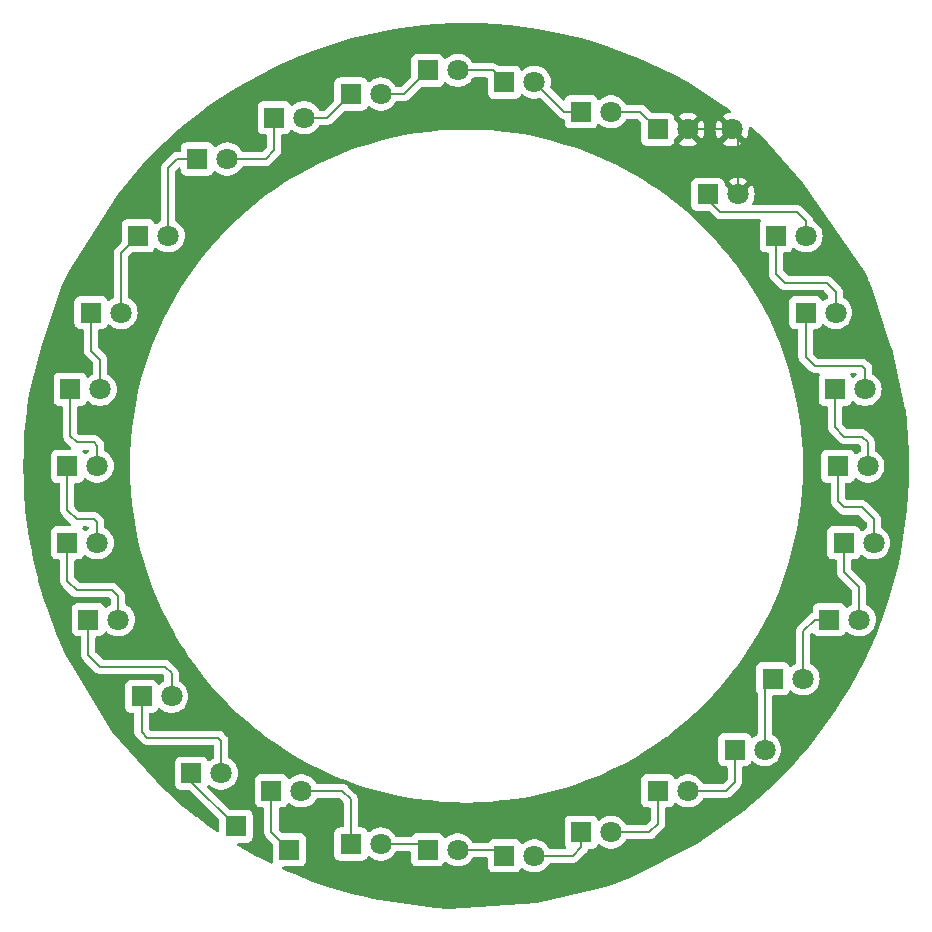
<source format=gbr>
%TF.GenerationSoftware,KiCad,Pcbnew,8.0.3*%
%TF.CreationDate,2026-01-26T15:52:45+01:00*%
%TF.ProjectId,ringLED,72696e67-4c45-4442-9e6b-696361645f70,rev?*%
%TF.SameCoordinates,Original*%
%TF.FileFunction,Copper,L1,Top*%
%TF.FilePolarity,Positive*%
%FSLAX46Y46*%
G04 Gerber Fmt 4.6, Leading zero omitted, Abs format (unit mm)*
G04 Created by KiCad (PCBNEW 8.0.3) date 2026-01-26 15:52:45*
%MOMM*%
%LPD*%
G01*
G04 APERTURE LIST*
%TA.AperFunction,ComponentPad*%
%ADD10R,1.800000X1.800000*%
%TD*%
%TA.AperFunction,ComponentPad*%
%ADD11C,1.800000*%
%TD*%
%TA.AperFunction,Conductor*%
%ADD12C,0.200000*%
%TD*%
G04 APERTURE END LIST*
D10*
%TO.P,U27,1*%
%TO.N,Net-(U21-Pad2)*%
X172725000Y-124000000D03*
D11*
%TO.P,U27,2*%
%TO.N,Net-(U26-Pad1)*%
X175265000Y-124000000D03*
%TD*%
D10*
%TO.P,U9,1*%
%TO.N,Net-(U7-Pad2)*%
X127225000Y-74000000D03*
D11*
%TO.P,U9,2*%
%TO.N,Net-(U10-Pad1)*%
X129765000Y-74000000D03*
%TD*%
D10*
%TO.P,U4,1*%
%TO.N,Net-(U3-Pad2)*%
X116225000Y-106500000D03*
D11*
%TO.P,U4,2*%
%TO.N,Net-(U4-Pad2)*%
X118765000Y-106500000D03*
%TD*%
D10*
%TO.P,,1*%
%TO.N,Net-(R1-Pad1)*%
X130500000Y-130500000D03*
%TD*%
%TO.P,U6,1*%
%TO.N,Net-(U5-Pad2)*%
X116460000Y-93500000D03*
D11*
%TO.P,U6,2*%
%TO.N,Net-(U6-Pad2)*%
X119000000Y-93500000D03*
%TD*%
D10*
%TO.P,U29,1*%
%TO.N,Net-(U28-Pad2)*%
X176225000Y-80500000D03*
D11*
%TO.P,U29,2*%
%TO.N,Net-(U29-Pad2)*%
X178765000Y-80500000D03*
%TD*%
D10*
%TO.P,,1*%
%TO.N,Net-(R2-Pad1)*%
X135000000Y-132500000D03*
%TD*%
%TO.P,U3,1*%
%TO.N,Net-(U2-Pad2)*%
X118000000Y-113000000D03*
D11*
%TO.P,U3,2*%
%TO.N,Net-(U3-Pad2)*%
X120540000Y-113000000D03*
%TD*%
%TO.P,,2*%
%TO.N,GND*%
X172500000Y-71500000D03*
%TD*%
D10*
%TO.P,U14,1*%
%TO.N,Net-(U13-Pad2)*%
X159725000Y-70000000D03*
D11*
%TO.P,U14,2*%
%TO.N,Net-(U14-Pad2)*%
X162265000Y-70000000D03*
%TD*%
D10*
%TO.P,U25,1*%
%TO.N,Net-(U25-Pad1)*%
X180725000Y-113000000D03*
D11*
%TO.P,U25,2*%
%TO.N,Net-(U24-Pad1)*%
X183265000Y-113000000D03*
%TD*%
D10*
%TO.P,U24,1*%
%TO.N,Net-(U24-Pad1)*%
X181960000Y-106500000D03*
D11*
%TO.P,U24,2*%
%TO.N,Net-(U23-Pad1)*%
X184500000Y-106500000D03*
%TD*%
D10*
%TO.P,U22,1*%
%TO.N,Net-(U22-Pad1)*%
X181225000Y-93500000D03*
D11*
%TO.P,U22,2*%
%TO.N,Net-(U22-Pad2)*%
X183765000Y-93500000D03*
%TD*%
D10*
%TO.P,U18,1*%
%TO.N,Net-(U17-Pad2)*%
X146725000Y-132500000D03*
D11*
%TO.P,U18,2*%
%TO.N,Net-(U18-Pad2)*%
X149265000Y-132500000D03*
%TD*%
D10*
%TO.P,U19,1*%
%TO.N,Net-(U18-Pad2)*%
X153225000Y-133000000D03*
D11*
%TO.P,U19,2*%
%TO.N,Net-(U19-Pad2)*%
X155765000Y-133000000D03*
%TD*%
D10*
%TO.P,U11,1*%
%TO.N,Net-(U10-Pad2)*%
X140225000Y-68500000D03*
D11*
%TO.P,U11,2*%
%TO.N,Net-(U11-Pad2)*%
X142765000Y-68500000D03*
%TD*%
D10*
%TO.P,U16,1*%
%TO.N,Net-(R2-Pad1)*%
X133500000Y-127500000D03*
D11*
%TO.P,U16,2*%
%TO.N,Net-(U16-Pad2)*%
X136040000Y-127500000D03*
%TD*%
D10*
%TO.P,U30,1*%
%TO.N,Net-(U29-Pad2)*%
X170460000Y-77000000D03*
D11*
%TO.P,U30,2*%
%TO.N,GND*%
X173000000Y-77000000D03*
%TD*%
D10*
%TO.P,U13,1*%
%TO.N,Net-(U12-Pad2)*%
X153225000Y-67500000D03*
D11*
%TO.P,U13,2*%
%TO.N,Net-(U13-Pad2)*%
X155765000Y-67500000D03*
%TD*%
D10*
%TO.P,U21,1*%
%TO.N,Net-(U20-Pad2)*%
X166225000Y-127500000D03*
D11*
%TO.P,U21,2*%
%TO.N,Net-(U21-Pad2)*%
X168765000Y-127500000D03*
%TD*%
D10*
%TO.P,U28,1*%
%TO.N,Net-(U22-Pad2)*%
X178725000Y-87000000D03*
D11*
%TO.P,U28,2*%
%TO.N,Net-(U28-Pad2)*%
X181265000Y-87000000D03*
%TD*%
D10*
%TO.P,U26,1*%
%TO.N,Net-(U26-Pad1)*%
X175960000Y-118000000D03*
D11*
%TO.P,U26,2*%
%TO.N,Net-(U25-Pad1)*%
X178500000Y-118000000D03*
%TD*%
D10*
%TO.P,U2,1*%
%TO.N,Net-(U1-Pad2)*%
X122500000Y-119500000D03*
D11*
%TO.P,U2,2*%
%TO.N,Net-(U2-Pad2)*%
X125040000Y-119500000D03*
%TD*%
D10*
%TO.P,U5,1*%
%TO.N,Net-(U4-Pad2)*%
X116225000Y-100000000D03*
D11*
%TO.P,U5,2*%
%TO.N,Net-(U5-Pad2)*%
X118765000Y-100000000D03*
%TD*%
D10*
%TO.P,U10,1*%
%TO.N,Net-(U10-Pad1)*%
X133725000Y-70500000D03*
D11*
%TO.P,U10,2*%
%TO.N,Net-(U10-Pad2)*%
X136265000Y-70500000D03*
%TD*%
D10*
%TO.P,U23,1*%
%TO.N,Net-(U23-Pad1)*%
X181460000Y-100000000D03*
D11*
%TO.P,U23,2*%
%TO.N,Net-(U22-Pad1)*%
X184000000Y-100000000D03*
%TD*%
D10*
%TO.P,U1,1*%
%TO.N,Net-(R1-Pad1)*%
X126725000Y-126000000D03*
D11*
%TO.P,U1,2*%
%TO.N,Net-(U1-Pad2)*%
X129265000Y-126000000D03*
%TD*%
D10*
%TO.P,U17,1*%
%TO.N,Net-(U16-Pad2)*%
X140225000Y-132000000D03*
D11*
%TO.P,U17,2*%
%TO.N,Net-(U17-Pad2)*%
X142765000Y-132000000D03*
%TD*%
D10*
%TO.P,U15,1*%
%TO.N,Net-(U14-Pad2)*%
X166225000Y-71500000D03*
D11*
%TO.P,U15,2*%
%TO.N,GND*%
X168765000Y-71500000D03*
%TD*%
D10*
%TO.P,U20,1*%
%TO.N,Net-(U19-Pad2)*%
X159725000Y-131000000D03*
D11*
%TO.P,U20,2*%
%TO.N,Net-(U20-Pad2)*%
X162265000Y-131000000D03*
%TD*%
D10*
%TO.P,U7,1*%
%TO.N,Net-(U7-Pad1)*%
X122225000Y-80500000D03*
D11*
%TO.P,U7,2*%
%TO.N,Net-(U7-Pad2)*%
X124765000Y-80500000D03*
%TD*%
D10*
%TO.P,U12,1*%
%TO.N,Net-(U11-Pad2)*%
X146725000Y-66500000D03*
D11*
%TO.P,U12,2*%
%TO.N,Net-(U12-Pad2)*%
X149265000Y-66500000D03*
%TD*%
D10*
%TO.P,U8,1*%
%TO.N,Net-(U6-Pad2)*%
X118225000Y-87000000D03*
D11*
%TO.P,U8,2*%
%TO.N,Net-(U7-Pad1)*%
X120765000Y-87000000D03*
%TD*%
D12*
%TO.N,Net-(R1-Pad1)*%
X126725000Y-126000000D02*
X126725000Y-126725000D01*
X126725000Y-126725000D02*
X130500000Y-130500000D01*
%TO.N,Net-(R2-Pad1)*%
X133500000Y-131000000D02*
X135000000Y-132500000D01*
X133500000Y-127500000D02*
X133500000Y-131000000D01*
%TO.N,Net-(U1-Pad2)*%
X129265000Y-126000000D02*
X129265000Y-123265000D01*
X129000000Y-123000000D02*
X123000000Y-123000000D01*
X129265000Y-123265000D02*
X129000000Y-123000000D01*
X123000000Y-123000000D02*
X122500000Y-122500000D01*
X122500000Y-122500000D02*
X122500000Y-119500000D01*
%TO.N,Net-(U2-Pad2)*%
X125040000Y-119500000D02*
X125040000Y-117540000D01*
X119000000Y-117000000D02*
X118000000Y-116000000D01*
X124500000Y-117000000D02*
X119000000Y-117000000D01*
X125040000Y-117540000D02*
X124500000Y-117000000D01*
X118000000Y-116000000D02*
X118000000Y-113000000D01*
%TO.N,Net-(U3-Pad2)*%
X120540000Y-113000000D02*
X120540000Y-111040000D01*
X117000000Y-110500000D02*
X116225000Y-109725000D01*
X120000000Y-110500000D02*
X117000000Y-110500000D01*
X120540000Y-111040000D02*
X120000000Y-110500000D01*
X116225000Y-109725000D02*
X116225000Y-106500000D01*
%TO.N,Net-(U4-Pad2)*%
X117000000Y-104500000D02*
X116225000Y-103725000D01*
X118765000Y-104765000D02*
X118500000Y-104500000D01*
X116225000Y-103725000D02*
X116225000Y-100000000D01*
X118500000Y-104500000D02*
X117000000Y-104500000D01*
X118765000Y-106500000D02*
X118765000Y-104765000D01*
%TO.N,Net-(U5-Pad2)*%
X118765000Y-98265000D02*
X118500000Y-98000000D01*
X118765000Y-100000000D02*
X118765000Y-98265000D01*
X117000000Y-98000000D02*
X116460000Y-97460000D01*
X116460000Y-97460000D02*
X116460000Y-93500000D01*
X118500000Y-98000000D02*
X117000000Y-98000000D01*
%TO.N,Net-(U6-Pad2)*%
X119000000Y-91000000D02*
X118225000Y-90225000D01*
X118225000Y-90225000D02*
X118225000Y-87000000D01*
X119000000Y-93500000D02*
X119000000Y-91000000D01*
%TO.N,Net-(U7-Pad1)*%
X120765000Y-81960000D02*
X122225000Y-80500000D01*
X120765000Y-87000000D02*
X120765000Y-81960000D01*
%TO.N,Net-(U7-Pad2)*%
X125500000Y-74000000D02*
X127225000Y-74000000D01*
X124765000Y-74735000D02*
X125500000Y-74000000D01*
X124765000Y-80500000D02*
X124765000Y-74735000D01*
%TO.N,Net-(U10-Pad1)*%
X133725000Y-73275000D02*
X133725000Y-70500000D01*
X133000000Y-74000000D02*
X133725000Y-73275000D01*
X129765000Y-74000000D02*
X133000000Y-74000000D01*
%TO.N,Net-(U10-Pad2)*%
X138225000Y-70500000D02*
X140225000Y-68500000D01*
X136265000Y-70500000D02*
X138225000Y-70500000D01*
%TO.N,Net-(U11-Pad2)*%
X144725000Y-68500000D02*
X146725000Y-66500000D01*
X142765000Y-68500000D02*
X144725000Y-68500000D01*
%TO.N,Net-(U12-Pad2)*%
X152225000Y-66500000D02*
X153225000Y-67500000D01*
X149265000Y-66500000D02*
X152225000Y-66500000D01*
%TO.N,Net-(U13-Pad2)*%
X155765000Y-67500000D02*
X158265000Y-70000000D01*
X158265000Y-70000000D02*
X159725000Y-70000000D01*
%TO.N,Net-(U14-Pad2)*%
X164725000Y-70000000D02*
X166225000Y-71500000D01*
X162265000Y-70000000D02*
X164725000Y-70000000D01*
%TO.N,GND*%
X168765000Y-71500000D02*
X172500000Y-71500000D01*
X173000000Y-72000000D02*
X172500000Y-71500000D01*
X173000000Y-77000000D02*
X173000000Y-72000000D01*
%TO.N,Net-(U16-Pad2)*%
X139500000Y-127500000D02*
X140225000Y-128225000D01*
X140225000Y-128225000D02*
X140225000Y-132000000D01*
X136040000Y-127500000D02*
X139500000Y-127500000D01*
%TO.N,Net-(U17-Pad2)*%
X146225000Y-132000000D02*
X146725000Y-132500000D01*
X142765000Y-132000000D02*
X146225000Y-132000000D01*
%TO.N,Net-(U18-Pad2)*%
X152725000Y-132500000D02*
X153225000Y-133000000D01*
X149265000Y-132500000D02*
X152725000Y-132500000D01*
%TO.N,Net-(U19-Pad2)*%
X159000000Y-133000000D02*
X159725000Y-132275000D01*
X155765000Y-133000000D02*
X159000000Y-133000000D01*
X159725000Y-132275000D02*
X159725000Y-131000000D01*
%TO.N,Net-(U20-Pad2)*%
X162265000Y-131000000D02*
X165500000Y-131000000D01*
X165500000Y-131000000D02*
X166225000Y-130275000D01*
X166225000Y-130275000D02*
X166225000Y-127500000D01*
%TO.N,Net-(U21-Pad2)*%
X172725000Y-126775000D02*
X172725000Y-124000000D01*
X172000000Y-127500000D02*
X172725000Y-126775000D01*
X168765000Y-127500000D02*
X172000000Y-127500000D01*
%TO.N,Net-(U22-Pad2)*%
X183765000Y-91765000D02*
X183500000Y-91500000D01*
X178725000Y-90725000D02*
X178725000Y-87000000D01*
X183765000Y-93500000D02*
X183765000Y-91765000D01*
X179500000Y-91500000D02*
X178725000Y-90725000D01*
X183500000Y-91500000D02*
X179500000Y-91500000D01*
%TO.N,Net-(U22-Pad1)*%
X182000000Y-97500000D02*
X181225000Y-96725000D01*
X183500000Y-97500000D02*
X182000000Y-97500000D01*
X184000000Y-98000000D02*
X183500000Y-97500000D01*
X184000000Y-100000000D02*
X184000000Y-98000000D01*
X181225000Y-96725000D02*
X181225000Y-93500000D01*
%TO.N,Net-(U23-Pad1)*%
X182000000Y-103500000D02*
X181460000Y-102960000D01*
X181460000Y-102960000D02*
X181460000Y-100000000D01*
X184500000Y-104500000D02*
X183500000Y-103500000D01*
X183500000Y-103500000D02*
X182000000Y-103500000D01*
X184500000Y-106500000D02*
X184500000Y-104500000D01*
%TO.N,Net-(U24-Pad1)*%
X181960000Y-106500000D02*
X181960000Y-108960000D01*
X183265000Y-110265000D02*
X183265000Y-113000000D01*
X181960000Y-108960000D02*
X183265000Y-110265000D01*
%TO.N,Net-(U25-Pad1)*%
X178500000Y-114000000D02*
X179500000Y-113000000D01*
X179500000Y-113000000D02*
X180725000Y-113000000D01*
X178500000Y-118000000D02*
X178500000Y-114000000D01*
%TO.N,Net-(U26-Pad1)*%
X175265000Y-118695000D02*
X175960000Y-118000000D01*
X175265000Y-124000000D02*
X175265000Y-118695000D01*
%TO.N,Net-(U28-Pad2)*%
X180500000Y-84500000D02*
X177000000Y-84500000D01*
X181265000Y-85265000D02*
X180500000Y-84500000D01*
X177000000Y-84500000D02*
X176225000Y-83725000D01*
X181265000Y-87000000D02*
X181265000Y-85265000D01*
X176225000Y-83725000D02*
X176225000Y-80500000D01*
%TO.N,Net-(U29-Pad2)*%
X178000000Y-78500000D02*
X178765000Y-79265000D01*
X171500000Y-78500000D02*
X178000000Y-78500000D01*
X178765000Y-79265000D02*
X178765000Y-80500000D01*
X170460000Y-77460000D02*
X171500000Y-78500000D01*
X170460000Y-77000000D02*
X170460000Y-77460000D01*
%TD*%
%TA.AperFunction,Conductor*%
%TO.N,GND*%
G36*
X150171478Y-62500016D02*
G01*
X151225031Y-62517256D01*
X151229035Y-62517387D01*
X152450813Y-62577409D01*
X152454819Y-62577672D01*
X153673872Y-62677629D01*
X153677904Y-62678025D01*
X154893142Y-62817828D01*
X154897069Y-62818345D01*
X156107075Y-62997832D01*
X156110980Y-62998476D01*
X157314470Y-63217460D01*
X157318397Y-63218241D01*
X158514022Y-63476471D01*
X158517921Y-63477379D01*
X159704481Y-63774598D01*
X159708368Y-63775639D01*
X160884560Y-64111519D01*
X160888396Y-64112683D01*
X162052982Y-64486870D01*
X162056792Y-64488164D01*
X163208466Y-64900240D01*
X163212203Y-64901647D01*
X164279803Y-65323531D01*
X164349811Y-65351196D01*
X164353556Y-65352747D01*
X165475831Y-65839271D01*
X165479440Y-65840905D01*
X166585250Y-66363915D01*
X166588860Y-66365696D01*
X167676902Y-66924573D01*
X167680449Y-66926469D01*
X168749641Y-67520657D01*
X168753124Y-67522668D01*
X169546974Y-67998484D01*
X169802257Y-68151495D01*
X169805699Y-68153635D01*
X170833772Y-68816500D01*
X170837108Y-68818730D01*
X171834518Y-69509047D01*
X171842848Y-69514812D01*
X171846134Y-69517166D01*
X172007512Y-69636852D01*
X172352011Y-69892350D01*
X172394131Y-69948097D01*
X172399427Y-70017765D01*
X172366216Y-70079237D01*
X172305042Y-70112995D01*
X172298554Y-70114257D01*
X172155138Y-70138188D01*
X171935706Y-70213520D01*
X171935697Y-70213523D01*
X171731650Y-70323949D01*
X171701200Y-70347647D01*
X172411414Y-71057861D01*
X172326306Y-71080667D01*
X172223694Y-71139910D01*
X172139910Y-71223694D01*
X172080667Y-71326306D01*
X172057861Y-71411415D01*
X171348811Y-70702365D01*
X171264516Y-70831390D01*
X171171317Y-71043864D01*
X171114361Y-71268781D01*
X171095202Y-71499992D01*
X171095202Y-71500005D01*
X171114361Y-71731218D01*
X171171317Y-71956135D01*
X171264515Y-72168606D01*
X171348812Y-72297633D01*
X172057861Y-71588584D01*
X172080667Y-71673694D01*
X172139910Y-71776306D01*
X172223694Y-71860090D01*
X172326306Y-71919333D01*
X172411414Y-71942138D01*
X171701201Y-72652351D01*
X171731649Y-72676050D01*
X171935697Y-72786476D01*
X171935706Y-72786479D01*
X172155139Y-72861811D01*
X172383993Y-72900000D01*
X172616007Y-72900000D01*
X172844860Y-72861811D01*
X173064293Y-72786479D01*
X173064301Y-72786476D01*
X173268355Y-72676047D01*
X173298797Y-72652351D01*
X173298798Y-72652350D01*
X172588585Y-71942137D01*
X172673694Y-71919333D01*
X172776306Y-71860090D01*
X172860090Y-71776306D01*
X172919333Y-71673694D01*
X172942138Y-71588585D01*
X173651186Y-72297633D01*
X173735482Y-72168611D01*
X173828682Y-71956135D01*
X173885638Y-71731218D01*
X173904798Y-71500005D01*
X173904798Y-71499992D01*
X173894438Y-71374978D01*
X173908518Y-71306541D01*
X173957363Y-71256582D01*
X174025464Y-71240961D01*
X174091200Y-71264638D01*
X174098231Y-71270179D01*
X174472337Y-71587584D01*
X174725763Y-71802600D01*
X174728813Y-71805275D01*
X174942738Y-71999166D01*
X174952144Y-72008663D01*
X178494871Y-75994230D01*
X178504373Y-76006361D01*
X183715187Y-83585727D01*
X183725101Y-83602960D01*
X183969104Y-84118861D01*
X184010091Y-84205520D01*
X184159074Y-84520516D01*
X184160729Y-84524169D01*
X184219128Y-84658878D01*
X184219128Y-84658879D01*
X184222995Y-84668987D01*
X185998135Y-89994407D01*
X186001323Y-90005736D01*
X187184249Y-95131747D01*
X187186612Y-95145458D01*
X187321973Y-96322092D01*
X187322370Y-96326131D01*
X187422325Y-97545158D01*
X187422591Y-97549207D01*
X187482611Y-98770939D01*
X187482743Y-98774994D01*
X187499983Y-99828521D01*
X187500000Y-99830550D01*
X187500000Y-100169448D01*
X187499983Y-100171477D01*
X187482743Y-101225005D01*
X187482611Y-101229060D01*
X187422591Y-102450792D01*
X187422325Y-102454841D01*
X187322370Y-103673868D01*
X187321973Y-103677907D01*
X187182177Y-104893095D01*
X187181647Y-104897117D01*
X187002175Y-106107025D01*
X187001514Y-106111029D01*
X186782544Y-107314444D01*
X186781752Y-107318424D01*
X186523534Y-108513995D01*
X186522613Y-108517947D01*
X186225405Y-109704465D01*
X186224355Y-109708384D01*
X185888487Y-110884536D01*
X185887309Y-110888419D01*
X185513134Y-112052966D01*
X185511829Y-112056808D01*
X185099770Y-113208435D01*
X185098341Y-113212233D01*
X184648803Y-114349811D01*
X184647250Y-114353560D01*
X184160748Y-115475787D01*
X184159074Y-115479483D01*
X183636091Y-116585235D01*
X183634296Y-116588874D01*
X183075434Y-117676886D01*
X183073521Y-117680465D01*
X182479351Y-118749625D01*
X182477322Y-118753139D01*
X181848504Y-119802257D01*
X181846362Y-119805703D01*
X181319414Y-120622974D01*
X181315481Y-120628712D01*
X179293021Y-123409594D01*
X179289866Y-123413747D01*
X178991301Y-123789937D01*
X178988726Y-123793074D01*
X178197399Y-124725763D01*
X178194724Y-124728813D01*
X177456783Y-125543004D01*
X177452586Y-125547412D01*
X175547412Y-127452586D01*
X175543004Y-127456783D01*
X174728813Y-128194724D01*
X174725763Y-128197399D01*
X173793060Y-128988738D01*
X173789922Y-128991313D01*
X173731549Y-129037640D01*
X173725573Y-129042097D01*
X169507482Y-131994762D01*
X169491827Y-132004086D01*
X163651518Y-134924240D01*
X163641636Y-134928653D01*
X163212233Y-135098341D01*
X163208435Y-135099770D01*
X162056808Y-135511829D01*
X162052966Y-135513134D01*
X161063556Y-135831035D01*
X161053507Y-135833803D01*
X156009952Y-136997702D01*
X155989804Y-137000637D01*
X148501967Y-137468626D01*
X148488148Y-137468718D01*
X147549210Y-137422591D01*
X147545161Y-137422325D01*
X147340258Y-137405524D01*
X147332855Y-137404693D01*
X142117995Y-136659713D01*
X142109353Y-136658164D01*
X141486004Y-136523534D01*
X141482052Y-136522613D01*
X140295534Y-136225405D01*
X140291615Y-136224355D01*
X139115463Y-135888487D01*
X139111580Y-135887309D01*
X137947033Y-135513134D01*
X137943191Y-135511829D01*
X136791564Y-135099770D01*
X136787766Y-135098341D01*
X135650188Y-134648803D01*
X135646439Y-134647250D01*
X134747494Y-134257544D01*
X134524197Y-134160741D01*
X134520527Y-134159079D01*
X134506245Y-134152324D01*
X134472986Y-134136593D01*
X134420800Y-134090134D01*
X134402016Y-134022837D01*
X134422597Y-133956067D01*
X134476010Y-133911024D01*
X134526001Y-133900499D01*
X135947872Y-133900499D01*
X136007483Y-133894091D01*
X136142331Y-133843796D01*
X136257546Y-133757546D01*
X136343796Y-133642331D01*
X136394091Y-133507483D01*
X136400500Y-133447873D01*
X136400499Y-131552128D01*
X136394091Y-131492517D01*
X136392253Y-131487590D01*
X136343797Y-131357671D01*
X136343793Y-131357664D01*
X136257547Y-131242455D01*
X136257544Y-131242452D01*
X136142335Y-131156206D01*
X136142328Y-131156202D01*
X136007482Y-131105908D01*
X136007483Y-131105908D01*
X135947883Y-131099501D01*
X135947881Y-131099500D01*
X135947873Y-131099500D01*
X135947865Y-131099500D01*
X134500097Y-131099500D01*
X134433058Y-131079815D01*
X134412416Y-131063181D01*
X134136819Y-130787584D01*
X134103334Y-130726261D01*
X134100500Y-130699903D01*
X134100500Y-129024499D01*
X134120185Y-128957460D01*
X134172989Y-128911705D01*
X134224500Y-128900499D01*
X134447871Y-128900499D01*
X134447872Y-128900499D01*
X134507483Y-128894091D01*
X134642331Y-128843796D01*
X134757546Y-128757546D01*
X134843796Y-128642331D01*
X134872455Y-128565493D01*
X134914326Y-128509559D01*
X134979790Y-128485141D01*
X135048063Y-128499992D01*
X135079866Y-128524843D01*
X135087302Y-128532920D01*
X135088215Y-128533912D01*
X135088222Y-128533918D01*
X135271365Y-128676464D01*
X135271371Y-128676468D01*
X135271374Y-128676470D01*
X135475497Y-128786936D01*
X135589487Y-128826068D01*
X135695015Y-128862297D01*
X135695017Y-128862297D01*
X135695019Y-128862298D01*
X135923951Y-128900500D01*
X135923952Y-128900500D01*
X136156048Y-128900500D01*
X136156049Y-128900500D01*
X136384981Y-128862298D01*
X136604503Y-128786936D01*
X136808626Y-128676470D01*
X136991784Y-128533913D01*
X137148979Y-128363153D01*
X137275924Y-128168849D01*
X137275926Y-128168843D01*
X137277747Y-128165481D01*
X137326967Y-128115891D01*
X137386801Y-128100500D01*
X139199903Y-128100500D01*
X139266942Y-128120185D01*
X139287584Y-128136819D01*
X139588181Y-128437416D01*
X139621666Y-128498739D01*
X139624500Y-128525097D01*
X139624500Y-130475500D01*
X139604815Y-130542539D01*
X139552011Y-130588294D01*
X139500501Y-130599500D01*
X139277130Y-130599500D01*
X139277123Y-130599501D01*
X139217516Y-130605908D01*
X139082671Y-130656202D01*
X139082664Y-130656206D01*
X138967455Y-130742452D01*
X138967452Y-130742455D01*
X138881206Y-130857664D01*
X138881202Y-130857671D01*
X138830908Y-130992517D01*
X138824501Y-131052116D01*
X138824500Y-131052135D01*
X138824500Y-132947870D01*
X138824501Y-132947876D01*
X138830908Y-133007483D01*
X138881202Y-133142328D01*
X138881206Y-133142335D01*
X138967452Y-133257544D01*
X138967455Y-133257547D01*
X139082664Y-133343793D01*
X139082671Y-133343797D01*
X139217517Y-133394091D01*
X139217516Y-133394091D01*
X139224444Y-133394835D01*
X139277127Y-133400500D01*
X141172872Y-133400499D01*
X141232483Y-133394091D01*
X141367331Y-133343796D01*
X141482546Y-133257546D01*
X141568796Y-133142331D01*
X141577056Y-133120185D01*
X141597455Y-133065493D01*
X141639326Y-133009559D01*
X141704790Y-132985141D01*
X141773063Y-132999992D01*
X141804866Y-133024843D01*
X141812302Y-133032920D01*
X141813215Y-133033912D01*
X141813222Y-133033918D01*
X141996365Y-133176464D01*
X141996371Y-133176468D01*
X141996374Y-133176470D01*
X142200497Y-133286936D01*
X142286428Y-133316436D01*
X142420015Y-133362297D01*
X142420017Y-133362297D01*
X142420019Y-133362298D01*
X142648951Y-133400500D01*
X142648952Y-133400500D01*
X142881048Y-133400500D01*
X142881049Y-133400500D01*
X143109981Y-133362298D01*
X143329503Y-133286936D01*
X143533626Y-133176470D01*
X143538099Y-133172989D01*
X143611458Y-133115891D01*
X143716784Y-133033913D01*
X143873979Y-132863153D01*
X144000924Y-132668849D01*
X144000926Y-132668843D01*
X144002747Y-132665481D01*
X144051967Y-132615891D01*
X144111801Y-132600500D01*
X145200501Y-132600500D01*
X145267540Y-132620185D01*
X145313295Y-132672989D01*
X145324501Y-132724500D01*
X145324501Y-133447876D01*
X145330908Y-133507483D01*
X145381202Y-133642328D01*
X145381206Y-133642335D01*
X145467452Y-133757544D01*
X145467455Y-133757547D01*
X145582664Y-133843793D01*
X145582671Y-133843797D01*
X145717517Y-133894091D01*
X145717516Y-133894091D01*
X145724444Y-133894835D01*
X145777127Y-133900500D01*
X147672872Y-133900499D01*
X147732483Y-133894091D01*
X147867331Y-133843796D01*
X147982546Y-133757546D01*
X148068796Y-133642331D01*
X148073501Y-133629717D01*
X148097455Y-133565493D01*
X148139326Y-133509559D01*
X148204790Y-133485141D01*
X148273063Y-133499992D01*
X148304866Y-133524843D01*
X148310202Y-133530639D01*
X148313215Y-133533912D01*
X148313222Y-133533918D01*
X148496365Y-133676464D01*
X148496371Y-133676468D01*
X148496374Y-133676470D01*
X148700497Y-133786936D01*
X148786428Y-133816436D01*
X148920015Y-133862297D01*
X148920017Y-133862297D01*
X148920019Y-133862298D01*
X149148951Y-133900500D01*
X149148952Y-133900500D01*
X149381048Y-133900500D01*
X149381049Y-133900500D01*
X149609981Y-133862298D01*
X149829503Y-133786936D01*
X150033626Y-133676470D01*
X150216784Y-133533913D01*
X150373979Y-133363153D01*
X150500924Y-133168849D01*
X150500926Y-133168843D01*
X150502747Y-133165481D01*
X150551967Y-133115891D01*
X150611801Y-133100500D01*
X151700501Y-133100500D01*
X151767540Y-133120185D01*
X151813295Y-133172989D01*
X151824501Y-133224500D01*
X151824501Y-133947876D01*
X151830908Y-134007483D01*
X151881202Y-134142328D01*
X151881206Y-134142335D01*
X151967452Y-134257544D01*
X151967455Y-134257547D01*
X152082664Y-134343793D01*
X152082671Y-134343797D01*
X152217517Y-134394091D01*
X152217516Y-134394091D01*
X152224444Y-134394835D01*
X152277127Y-134400500D01*
X154172872Y-134400499D01*
X154232483Y-134394091D01*
X154367331Y-134343796D01*
X154482546Y-134257546D01*
X154568796Y-134142331D01*
X154597455Y-134065493D01*
X154639326Y-134009559D01*
X154704790Y-133985141D01*
X154773063Y-133999992D01*
X154804866Y-134024843D01*
X154812302Y-134032920D01*
X154813215Y-134033912D01*
X154813222Y-134033918D01*
X154996365Y-134176464D01*
X154996371Y-134176468D01*
X154996374Y-134176470D01*
X155200497Y-134286936D01*
X155314487Y-134326068D01*
X155420015Y-134362297D01*
X155420017Y-134362297D01*
X155420019Y-134362298D01*
X155648951Y-134400500D01*
X155648952Y-134400500D01*
X155881048Y-134400500D01*
X155881049Y-134400500D01*
X156109981Y-134362298D01*
X156329503Y-134286936D01*
X156533626Y-134176470D01*
X156716784Y-134033913D01*
X156873979Y-133863153D01*
X157000924Y-133668849D01*
X157000926Y-133668843D01*
X157002747Y-133665481D01*
X157051967Y-133615891D01*
X157111801Y-133600500D01*
X158913331Y-133600500D01*
X158913347Y-133600501D01*
X158920943Y-133600501D01*
X159079054Y-133600501D01*
X159079057Y-133600501D01*
X159231785Y-133559577D01*
X159281904Y-133530639D01*
X159368716Y-133480520D01*
X159480520Y-133368716D01*
X159480520Y-133368714D01*
X159490728Y-133358507D01*
X159490730Y-133358504D01*
X160083506Y-132765728D01*
X160083511Y-132765724D01*
X160093714Y-132755520D01*
X160093716Y-132755520D01*
X160205520Y-132643716D01*
X160277247Y-132519480D01*
X160284577Y-132506785D01*
X160288430Y-132492402D01*
X160324796Y-132432744D01*
X160387643Y-132402216D01*
X160408205Y-132400499D01*
X160672871Y-132400499D01*
X160672872Y-132400499D01*
X160732483Y-132394091D01*
X160867331Y-132343796D01*
X160982546Y-132257546D01*
X161068796Y-132142331D01*
X161070840Y-132136852D01*
X161097455Y-132065493D01*
X161139326Y-132009559D01*
X161204790Y-131985141D01*
X161273063Y-131999992D01*
X161304866Y-132024843D01*
X161312302Y-132032920D01*
X161313215Y-132033912D01*
X161313222Y-132033918D01*
X161496365Y-132176464D01*
X161496371Y-132176468D01*
X161496374Y-132176470D01*
X161700497Y-132286936D01*
X161814487Y-132326068D01*
X161920015Y-132362297D01*
X161920017Y-132362297D01*
X161920019Y-132362298D01*
X162148951Y-132400500D01*
X162148952Y-132400500D01*
X162381048Y-132400500D01*
X162381049Y-132400500D01*
X162609981Y-132362298D01*
X162829503Y-132286936D01*
X163033626Y-132176470D01*
X163216784Y-132033913D01*
X163373979Y-131863153D01*
X163500924Y-131668849D01*
X163500926Y-131668843D01*
X163502747Y-131665481D01*
X163551967Y-131615891D01*
X163611801Y-131600500D01*
X165413331Y-131600500D01*
X165413347Y-131600501D01*
X165420943Y-131600501D01*
X165579054Y-131600501D01*
X165579057Y-131600501D01*
X165731785Y-131559577D01*
X165801233Y-131519481D01*
X165868716Y-131480520D01*
X165980520Y-131368716D01*
X165980520Y-131368714D01*
X165990724Y-131358511D01*
X165990728Y-131358506D01*
X166583506Y-130765728D01*
X166583511Y-130765724D01*
X166593714Y-130755520D01*
X166593716Y-130755520D01*
X166705520Y-130643716D01*
X166763264Y-130543700D01*
X166763935Y-130542539D01*
X166784574Y-130506790D01*
X166784575Y-130506789D01*
X166784575Y-130506787D01*
X166784577Y-130506785D01*
X166825501Y-130354057D01*
X166825501Y-130195943D01*
X166825501Y-130188348D01*
X166825500Y-130188330D01*
X166825500Y-129024499D01*
X166845185Y-128957460D01*
X166897989Y-128911705D01*
X166949500Y-128900499D01*
X167172871Y-128900499D01*
X167172872Y-128900499D01*
X167232483Y-128894091D01*
X167367331Y-128843796D01*
X167482546Y-128757546D01*
X167568796Y-128642331D01*
X167597455Y-128565493D01*
X167639326Y-128509559D01*
X167704790Y-128485141D01*
X167773063Y-128499992D01*
X167804866Y-128524843D01*
X167812302Y-128532920D01*
X167813215Y-128533912D01*
X167813222Y-128533918D01*
X167996365Y-128676464D01*
X167996371Y-128676468D01*
X167996374Y-128676470D01*
X168200497Y-128786936D01*
X168314487Y-128826068D01*
X168420015Y-128862297D01*
X168420017Y-128862297D01*
X168420019Y-128862298D01*
X168648951Y-128900500D01*
X168648952Y-128900500D01*
X168881048Y-128900500D01*
X168881049Y-128900500D01*
X169109981Y-128862298D01*
X169329503Y-128786936D01*
X169533626Y-128676470D01*
X169716784Y-128533913D01*
X169873979Y-128363153D01*
X170000924Y-128168849D01*
X170000926Y-128168843D01*
X170002747Y-128165481D01*
X170051967Y-128115891D01*
X170111801Y-128100500D01*
X171913331Y-128100500D01*
X171913347Y-128100501D01*
X171920943Y-128100501D01*
X172079054Y-128100501D01*
X172079057Y-128100501D01*
X172231785Y-128059577D01*
X172281904Y-128030639D01*
X172368716Y-127980520D01*
X172480520Y-127868716D01*
X172480520Y-127868714D01*
X172490728Y-127858507D01*
X172490730Y-127858504D01*
X173083506Y-127265728D01*
X173083511Y-127265724D01*
X173093714Y-127255520D01*
X173093716Y-127255520D01*
X173205520Y-127143716D01*
X173268914Y-127033913D01*
X173284577Y-127006785D01*
X173325501Y-126854057D01*
X173325501Y-126695943D01*
X173325501Y-126688348D01*
X173325500Y-126688330D01*
X173325500Y-125524499D01*
X173345185Y-125457460D01*
X173397989Y-125411705D01*
X173449500Y-125400499D01*
X173672871Y-125400499D01*
X173672872Y-125400499D01*
X173732483Y-125394091D01*
X173867331Y-125343796D01*
X173982546Y-125257546D01*
X174068796Y-125142331D01*
X174070840Y-125136852D01*
X174097455Y-125065493D01*
X174139326Y-125009559D01*
X174204790Y-124985141D01*
X174273063Y-124999992D01*
X174304866Y-125024843D01*
X174312302Y-125032920D01*
X174313215Y-125033912D01*
X174313222Y-125033918D01*
X174496365Y-125176464D01*
X174496371Y-125176468D01*
X174496374Y-125176470D01*
X174700497Y-125286936D01*
X174814487Y-125326068D01*
X174920015Y-125362297D01*
X174920017Y-125362297D01*
X174920019Y-125362298D01*
X175148951Y-125400500D01*
X175148952Y-125400500D01*
X175381048Y-125400500D01*
X175381049Y-125400500D01*
X175609981Y-125362298D01*
X175829503Y-125286936D01*
X176033626Y-125176470D01*
X176216784Y-125033913D01*
X176373979Y-124863153D01*
X176500924Y-124668849D01*
X176594157Y-124456300D01*
X176651134Y-124231305D01*
X176651135Y-124231297D01*
X176670300Y-124000006D01*
X176670300Y-123999993D01*
X176651135Y-123768702D01*
X176651133Y-123768691D01*
X176594157Y-123543699D01*
X176500924Y-123331151D01*
X176373983Y-123136852D01*
X176373980Y-123136849D01*
X176373979Y-123136847D01*
X176216784Y-122966087D01*
X176216779Y-122966083D01*
X176216777Y-122966081D01*
X176033634Y-122823535D01*
X176033623Y-122823528D01*
X175930481Y-122767709D01*
X175880891Y-122718489D01*
X175865500Y-122658655D01*
X175865500Y-119524499D01*
X175885185Y-119457460D01*
X175937989Y-119411705D01*
X175989500Y-119400499D01*
X176907871Y-119400499D01*
X176907872Y-119400499D01*
X176967483Y-119394091D01*
X177102331Y-119343796D01*
X177217546Y-119257546D01*
X177303796Y-119142331D01*
X177332455Y-119065493D01*
X177374326Y-119009559D01*
X177439790Y-118985141D01*
X177508063Y-118999992D01*
X177539866Y-119024843D01*
X177547302Y-119032920D01*
X177548215Y-119033912D01*
X177548222Y-119033918D01*
X177731365Y-119176464D01*
X177731371Y-119176468D01*
X177731374Y-119176470D01*
X177935497Y-119286936D01*
X178049487Y-119326068D01*
X178155015Y-119362297D01*
X178155017Y-119362297D01*
X178155019Y-119362298D01*
X178383951Y-119400500D01*
X178383952Y-119400500D01*
X178616048Y-119400500D01*
X178616049Y-119400500D01*
X178844981Y-119362298D01*
X179064503Y-119286936D01*
X179268626Y-119176470D01*
X179272048Y-119173807D01*
X179330129Y-119128600D01*
X179451784Y-119033913D01*
X179608979Y-118863153D01*
X179735924Y-118668849D01*
X179829157Y-118456300D01*
X179886134Y-118231305D01*
X179896472Y-118106546D01*
X179905300Y-118000006D01*
X179905300Y-117999993D01*
X179886135Y-117768702D01*
X179886133Y-117768691D01*
X179829157Y-117543699D01*
X179735924Y-117331151D01*
X179608983Y-117136852D01*
X179608980Y-117136849D01*
X179608979Y-117136847D01*
X179451784Y-116966087D01*
X179451779Y-116966083D01*
X179451777Y-116966081D01*
X179268634Y-116823535D01*
X179268623Y-116823528D01*
X179165481Y-116767709D01*
X179115891Y-116718489D01*
X179100500Y-116658655D01*
X179100500Y-114300096D01*
X179120185Y-114233057D01*
X179136810Y-114212424D01*
X179205398Y-114143835D01*
X179266716Y-114110354D01*
X179336408Y-114115338D01*
X179392341Y-114157209D01*
X179467452Y-114257544D01*
X179467455Y-114257547D01*
X179582664Y-114343793D01*
X179582671Y-114343797D01*
X179717517Y-114394091D01*
X179717516Y-114394091D01*
X179724444Y-114394835D01*
X179777127Y-114400500D01*
X181672872Y-114400499D01*
X181732483Y-114394091D01*
X181867331Y-114343796D01*
X181982546Y-114257546D01*
X182068796Y-114142331D01*
X182097455Y-114065493D01*
X182139326Y-114009559D01*
X182204790Y-113985141D01*
X182273063Y-113999992D01*
X182304866Y-114024843D01*
X182312302Y-114032920D01*
X182313215Y-114033912D01*
X182313222Y-114033918D01*
X182496365Y-114176464D01*
X182496371Y-114176468D01*
X182496374Y-114176470D01*
X182700497Y-114286936D01*
X182814487Y-114326068D01*
X182920015Y-114362297D01*
X182920017Y-114362297D01*
X182920019Y-114362298D01*
X183148951Y-114400500D01*
X183148952Y-114400500D01*
X183381048Y-114400500D01*
X183381049Y-114400500D01*
X183609981Y-114362298D01*
X183829503Y-114286936D01*
X184033626Y-114176470D01*
X184075551Y-114143839D01*
X184158779Y-114079060D01*
X184216784Y-114033913D01*
X184373979Y-113863153D01*
X184500924Y-113668849D01*
X184594157Y-113456300D01*
X184651134Y-113231305D01*
X184651135Y-113231297D01*
X184670300Y-113000006D01*
X184670300Y-112999993D01*
X184651135Y-112768702D01*
X184651133Y-112768691D01*
X184594157Y-112543699D01*
X184500924Y-112331151D01*
X184373983Y-112136852D01*
X184373980Y-112136849D01*
X184373979Y-112136847D01*
X184216784Y-111966087D01*
X184216779Y-111966083D01*
X184216777Y-111966081D01*
X184033634Y-111823535D01*
X184033623Y-111823528D01*
X183930481Y-111767709D01*
X183880891Y-111718489D01*
X183865500Y-111658655D01*
X183865500Y-110354060D01*
X183865501Y-110354047D01*
X183865501Y-110185944D01*
X183857743Y-110156990D01*
X183824577Y-110033216D01*
X183787710Y-109969360D01*
X183745524Y-109896290D01*
X183745518Y-109896282D01*
X182596819Y-108747583D01*
X182563334Y-108686260D01*
X182560500Y-108659902D01*
X182560500Y-108024499D01*
X182580185Y-107957460D01*
X182632989Y-107911705D01*
X182684500Y-107900499D01*
X182907871Y-107900499D01*
X182907872Y-107900499D01*
X182967483Y-107894091D01*
X183102331Y-107843796D01*
X183217546Y-107757546D01*
X183303796Y-107642331D01*
X183332455Y-107565493D01*
X183374326Y-107509559D01*
X183439790Y-107485141D01*
X183508063Y-107499992D01*
X183539866Y-107524843D01*
X183547302Y-107532920D01*
X183548215Y-107533912D01*
X183548222Y-107533918D01*
X183731365Y-107676464D01*
X183731371Y-107676468D01*
X183731374Y-107676470D01*
X183935497Y-107786936D01*
X184049487Y-107826068D01*
X184155015Y-107862297D01*
X184155017Y-107862297D01*
X184155019Y-107862298D01*
X184383951Y-107900500D01*
X184383952Y-107900500D01*
X184616048Y-107900500D01*
X184616049Y-107900500D01*
X184844981Y-107862298D01*
X185064503Y-107786936D01*
X185268626Y-107676470D01*
X185451784Y-107533913D01*
X185608979Y-107363153D01*
X185735924Y-107168849D01*
X185829157Y-106956300D01*
X185886134Y-106731305D01*
X185905300Y-106500000D01*
X185905300Y-106499993D01*
X185886135Y-106268702D01*
X185886133Y-106268691D01*
X185829157Y-106043699D01*
X185735924Y-105831151D01*
X185608983Y-105636852D01*
X185608980Y-105636849D01*
X185608979Y-105636847D01*
X185451784Y-105466087D01*
X185451779Y-105466083D01*
X185451777Y-105466081D01*
X185268634Y-105323535D01*
X185268623Y-105323528D01*
X185165481Y-105267709D01*
X185115891Y-105218489D01*
X185100500Y-105158655D01*
X185100500Y-104589060D01*
X185100501Y-104589047D01*
X185100501Y-104420944D01*
X185059576Y-104268214D01*
X185059573Y-104268209D01*
X184980524Y-104131290D01*
X184980521Y-104131286D01*
X184980520Y-104131284D01*
X183987589Y-103138354D01*
X183987588Y-103138352D01*
X183868717Y-103019481D01*
X183868716Y-103019480D01*
X183781904Y-102969360D01*
X183781904Y-102969359D01*
X183781900Y-102969358D01*
X183731785Y-102940423D01*
X183579057Y-102899499D01*
X183420943Y-102899499D01*
X183413347Y-102899499D01*
X183413331Y-102899500D01*
X182300097Y-102899500D01*
X182233058Y-102879815D01*
X182212416Y-102863181D01*
X182096819Y-102747584D01*
X182063334Y-102686261D01*
X182060500Y-102659903D01*
X182060500Y-101524499D01*
X182080185Y-101457460D01*
X182132989Y-101411705D01*
X182184500Y-101400499D01*
X182407871Y-101400499D01*
X182407872Y-101400499D01*
X182467483Y-101394091D01*
X182602331Y-101343796D01*
X182717546Y-101257546D01*
X182803796Y-101142331D01*
X182832455Y-101065493D01*
X182874326Y-101009559D01*
X182939790Y-100985141D01*
X183008063Y-100999992D01*
X183039866Y-101024843D01*
X183047302Y-101032920D01*
X183048215Y-101033912D01*
X183048222Y-101033918D01*
X183231365Y-101176464D01*
X183231371Y-101176468D01*
X183231374Y-101176470D01*
X183435497Y-101286936D01*
X183549487Y-101326068D01*
X183655015Y-101362297D01*
X183655017Y-101362297D01*
X183655019Y-101362298D01*
X183883951Y-101400500D01*
X183883952Y-101400500D01*
X184116048Y-101400500D01*
X184116049Y-101400500D01*
X184344981Y-101362298D01*
X184564503Y-101286936D01*
X184768626Y-101176470D01*
X184951784Y-101033913D01*
X185108979Y-100863153D01*
X185235924Y-100668849D01*
X185329157Y-100456300D01*
X185386134Y-100231305D01*
X185386135Y-100231297D01*
X185405300Y-100000006D01*
X185405300Y-99999993D01*
X185386135Y-99768702D01*
X185386133Y-99768691D01*
X185329157Y-99543699D01*
X185235924Y-99331151D01*
X185108983Y-99136852D01*
X185108980Y-99136849D01*
X185108979Y-99136847D01*
X184951784Y-98966087D01*
X184951779Y-98966083D01*
X184951777Y-98966081D01*
X184768634Y-98823535D01*
X184768623Y-98823528D01*
X184665481Y-98767709D01*
X184615891Y-98718489D01*
X184600500Y-98658655D01*
X184600500Y-98089060D01*
X184600501Y-98089047D01*
X184600501Y-97920944D01*
X184593893Y-97896282D01*
X184559577Y-97768216D01*
X184515450Y-97691785D01*
X184480524Y-97631290D01*
X184480521Y-97631286D01*
X184480520Y-97631284D01*
X183980521Y-97131285D01*
X183980520Y-97131284D01*
X183868716Y-97019480D01*
X183781904Y-96969360D01*
X183781904Y-96969359D01*
X183781900Y-96969358D01*
X183731785Y-96940423D01*
X183579057Y-96899499D01*
X183420943Y-96899499D01*
X183413347Y-96899499D01*
X183413331Y-96899500D01*
X182300098Y-96899500D01*
X182233059Y-96879815D01*
X182212417Y-96863181D01*
X181861819Y-96512583D01*
X181828334Y-96451260D01*
X181825500Y-96424902D01*
X181825500Y-95024499D01*
X181845185Y-94957460D01*
X181897989Y-94911705D01*
X181949500Y-94900499D01*
X182172871Y-94900499D01*
X182172872Y-94900499D01*
X182232483Y-94894091D01*
X182367331Y-94843796D01*
X182482546Y-94757546D01*
X182568796Y-94642331D01*
X182597455Y-94565493D01*
X182639326Y-94509559D01*
X182704790Y-94485141D01*
X182773063Y-94499992D01*
X182804866Y-94524843D01*
X182812302Y-94532920D01*
X182813215Y-94533912D01*
X182813222Y-94533918D01*
X182996365Y-94676464D01*
X182996371Y-94676468D01*
X182996374Y-94676470D01*
X183200497Y-94786936D01*
X183314487Y-94826068D01*
X183420015Y-94862297D01*
X183420017Y-94862297D01*
X183420019Y-94862298D01*
X183648951Y-94900500D01*
X183648952Y-94900500D01*
X183881048Y-94900500D01*
X183881049Y-94900500D01*
X184109981Y-94862298D01*
X184329503Y-94786936D01*
X184533626Y-94676470D01*
X184716784Y-94533913D01*
X184873979Y-94363153D01*
X185000924Y-94168849D01*
X185094157Y-93956300D01*
X185151134Y-93731305D01*
X185151135Y-93731297D01*
X185170300Y-93500006D01*
X185170300Y-93499993D01*
X185151135Y-93268702D01*
X185151133Y-93268691D01*
X185094157Y-93043699D01*
X185000924Y-92831151D01*
X184873983Y-92636852D01*
X184873980Y-92636849D01*
X184873979Y-92636847D01*
X184716784Y-92466087D01*
X184716779Y-92466083D01*
X184716777Y-92466081D01*
X184533634Y-92323535D01*
X184533623Y-92323528D01*
X184430481Y-92267709D01*
X184380891Y-92218489D01*
X184365500Y-92158655D01*
X184365500Y-91854060D01*
X184365501Y-91854047D01*
X184365501Y-91685944D01*
X184342957Y-91601810D01*
X184324577Y-91533216D01*
X184324573Y-91533209D01*
X184245524Y-91396290D01*
X184245518Y-91396282D01*
X183997961Y-91148726D01*
X183997959Y-91148723D01*
X183868717Y-91019481D01*
X183868716Y-91019480D01*
X183781904Y-90969360D01*
X183781904Y-90969359D01*
X183781900Y-90969358D01*
X183731785Y-90940423D01*
X183579057Y-90899499D01*
X183420943Y-90899499D01*
X183413347Y-90899499D01*
X183413331Y-90899500D01*
X179800098Y-90899500D01*
X179733059Y-90879815D01*
X179712417Y-90863181D01*
X179361819Y-90512583D01*
X179328334Y-90451260D01*
X179325500Y-90424902D01*
X179325500Y-88524499D01*
X179345185Y-88457460D01*
X179397989Y-88411705D01*
X179449500Y-88400499D01*
X179672871Y-88400499D01*
X179672872Y-88400499D01*
X179732483Y-88394091D01*
X179867331Y-88343796D01*
X179982546Y-88257546D01*
X180068796Y-88142331D01*
X180097455Y-88065493D01*
X180139326Y-88009559D01*
X180204790Y-87985141D01*
X180273063Y-87999992D01*
X180304866Y-88024843D01*
X180312302Y-88032920D01*
X180313215Y-88033912D01*
X180313222Y-88033918D01*
X180496365Y-88176464D01*
X180496371Y-88176468D01*
X180496374Y-88176470D01*
X180700497Y-88286936D01*
X180814487Y-88326068D01*
X180920015Y-88362297D01*
X180920017Y-88362297D01*
X180920019Y-88362298D01*
X181148951Y-88400500D01*
X181148952Y-88400500D01*
X181381048Y-88400500D01*
X181381049Y-88400500D01*
X181609981Y-88362298D01*
X181829503Y-88286936D01*
X182033626Y-88176470D01*
X182216784Y-88033913D01*
X182373979Y-87863153D01*
X182500924Y-87668849D01*
X182594157Y-87456300D01*
X182651134Y-87231305D01*
X182651135Y-87231297D01*
X182670300Y-87000006D01*
X182670300Y-86999993D01*
X182651135Y-86768702D01*
X182651133Y-86768691D01*
X182594157Y-86543699D01*
X182500924Y-86331151D01*
X182373983Y-86136852D01*
X182373980Y-86136849D01*
X182373979Y-86136847D01*
X182216784Y-85966087D01*
X182216779Y-85966083D01*
X182216777Y-85966081D01*
X182033634Y-85823535D01*
X182033623Y-85823528D01*
X181930481Y-85767709D01*
X181880891Y-85718489D01*
X181865500Y-85658655D01*
X181865500Y-85185945D01*
X181865500Y-85185943D01*
X181824577Y-85033216D01*
X181794152Y-84980518D01*
X181745524Y-84896290D01*
X181745521Y-84896286D01*
X181745520Y-84896284D01*
X181633716Y-84784480D01*
X181633715Y-84784479D01*
X181629385Y-84780149D01*
X181629374Y-84780139D01*
X180987590Y-84138355D01*
X180987588Y-84138352D01*
X180868717Y-84019481D01*
X180868716Y-84019480D01*
X180781904Y-83969360D01*
X180781904Y-83969359D01*
X180781900Y-83969358D01*
X180731785Y-83940423D01*
X180579057Y-83899499D01*
X180420943Y-83899499D01*
X180413347Y-83899499D01*
X180413331Y-83899500D01*
X177300098Y-83899500D01*
X177233059Y-83879815D01*
X177212417Y-83863181D01*
X176861819Y-83512583D01*
X176828334Y-83451260D01*
X176825500Y-83424902D01*
X176825500Y-82024499D01*
X176845185Y-81957460D01*
X176897989Y-81911705D01*
X176949500Y-81900499D01*
X177172871Y-81900499D01*
X177172872Y-81900499D01*
X177232483Y-81894091D01*
X177367331Y-81843796D01*
X177482546Y-81757546D01*
X177568796Y-81642331D01*
X177587834Y-81591287D01*
X177597455Y-81565493D01*
X177639326Y-81509559D01*
X177704790Y-81485141D01*
X177773063Y-81499992D01*
X177804866Y-81524843D01*
X177812302Y-81532920D01*
X177813215Y-81533912D01*
X177813222Y-81533918D01*
X177996365Y-81676464D01*
X177996371Y-81676468D01*
X177996374Y-81676470D01*
X178200497Y-81786936D01*
X178314487Y-81826068D01*
X178420015Y-81862297D01*
X178420017Y-81862297D01*
X178420019Y-81862298D01*
X178648951Y-81900500D01*
X178648952Y-81900500D01*
X178881048Y-81900500D01*
X178881049Y-81900500D01*
X179109981Y-81862298D01*
X179329503Y-81786936D01*
X179533626Y-81676470D01*
X179716784Y-81533913D01*
X179873979Y-81363153D01*
X180000924Y-81168849D01*
X180094157Y-80956300D01*
X180151134Y-80731305D01*
X180170300Y-80500000D01*
X180170300Y-80499993D01*
X180151135Y-80268702D01*
X180151133Y-80268691D01*
X180094157Y-80043699D01*
X180000924Y-79831151D01*
X179873983Y-79636852D01*
X179873980Y-79636849D01*
X179873979Y-79636847D01*
X179716784Y-79466087D01*
X179716779Y-79466083D01*
X179716777Y-79466081D01*
X179533634Y-79323535D01*
X179533619Y-79323525D01*
X179427046Y-79265850D01*
X179377455Y-79216631D01*
X179366290Y-79188893D01*
X179365500Y-79185944D01*
X179365500Y-79185943D01*
X179357531Y-79156204D01*
X179357530Y-79156202D01*
X179356202Y-79151246D01*
X179352574Y-79137702D01*
X179324577Y-79033216D01*
X179294153Y-78980520D01*
X179245524Y-78896290D01*
X179245521Y-78896286D01*
X179245520Y-78896284D01*
X179133716Y-78784480D01*
X179133715Y-78784479D01*
X179129385Y-78780149D01*
X179129374Y-78780139D01*
X178487590Y-78138355D01*
X178487588Y-78138352D01*
X178368717Y-78019481D01*
X178368716Y-78019480D01*
X178280434Y-77968511D01*
X178280433Y-77968510D01*
X178231783Y-77940422D01*
X178175881Y-77925443D01*
X178079057Y-77899499D01*
X177920943Y-77899499D01*
X177913347Y-77899499D01*
X177913331Y-77899500D01*
X174313767Y-77899500D01*
X174246728Y-77879815D01*
X174200973Y-77827011D01*
X174191029Y-77757853D01*
X174209959Y-77707678D01*
X174235482Y-77668611D01*
X174328682Y-77456135D01*
X174385638Y-77231218D01*
X174404798Y-77000005D01*
X174404798Y-76999994D01*
X174385638Y-76768781D01*
X174328682Y-76543864D01*
X174235484Y-76331393D01*
X174151186Y-76202365D01*
X173442137Y-76911413D01*
X173419333Y-76826306D01*
X173360090Y-76723694D01*
X173276306Y-76639910D01*
X173173694Y-76580667D01*
X173088584Y-76557861D01*
X173798797Y-75847647D01*
X173798797Y-75847645D01*
X173768360Y-75823955D01*
X173768354Y-75823951D01*
X173564302Y-75713523D01*
X173564293Y-75713520D01*
X173344860Y-75638188D01*
X173116007Y-75600000D01*
X172883993Y-75600000D01*
X172655139Y-75638188D01*
X172435706Y-75713520D01*
X172435697Y-75713523D01*
X172231650Y-75823949D01*
X172201200Y-75847647D01*
X172911415Y-76557861D01*
X172826306Y-76580667D01*
X172723694Y-76639910D01*
X172639910Y-76723694D01*
X172580667Y-76826306D01*
X172557861Y-76911415D01*
X171896818Y-76250371D01*
X171863333Y-76189048D01*
X171860499Y-76162690D01*
X171860499Y-76052129D01*
X171860498Y-76052123D01*
X171860497Y-76052116D01*
X171854091Y-75992517D01*
X171853225Y-75990196D01*
X171803797Y-75857671D01*
X171803793Y-75857664D01*
X171717547Y-75742455D01*
X171717544Y-75742452D01*
X171602335Y-75656206D01*
X171602328Y-75656202D01*
X171467482Y-75605908D01*
X171467483Y-75605908D01*
X171407883Y-75599501D01*
X171407881Y-75599500D01*
X171407873Y-75599500D01*
X171407864Y-75599500D01*
X169512129Y-75599500D01*
X169512123Y-75599501D01*
X169452516Y-75605908D01*
X169317671Y-75656202D01*
X169317664Y-75656206D01*
X169202455Y-75742452D01*
X169202452Y-75742455D01*
X169116206Y-75857664D01*
X169116202Y-75857671D01*
X169065908Y-75992517D01*
X169059501Y-76052116D01*
X169059501Y-76052123D01*
X169059500Y-76052135D01*
X169059500Y-77947870D01*
X169059501Y-77947876D01*
X169065908Y-78007483D01*
X169116202Y-78142328D01*
X169116206Y-78142335D01*
X169202452Y-78257544D01*
X169202455Y-78257547D01*
X169317664Y-78343793D01*
X169317671Y-78343797D01*
X169452517Y-78394091D01*
X169452516Y-78394091D01*
X169459444Y-78394835D01*
X169512127Y-78400500D01*
X170499902Y-78400499D01*
X170566941Y-78420183D01*
X170587583Y-78436818D01*
X171015139Y-78864374D01*
X171015149Y-78864385D01*
X171019479Y-78868715D01*
X171019480Y-78868716D01*
X171131284Y-78980520D01*
X171151413Y-78992141D01*
X171218095Y-79030639D01*
X171218097Y-79030641D01*
X171256151Y-79052611D01*
X171268215Y-79059577D01*
X171420943Y-79100500D01*
X171579057Y-79100500D01*
X174825999Y-79100500D01*
X174893038Y-79120185D01*
X174938793Y-79172989D01*
X174948737Y-79242147D01*
X174925265Y-79298810D01*
X174906757Y-79323535D01*
X174881204Y-79357668D01*
X174881202Y-79357671D01*
X174830908Y-79492517D01*
X174824501Y-79552116D01*
X174824500Y-79552135D01*
X174824500Y-81447870D01*
X174824501Y-81447876D01*
X174830908Y-81507483D01*
X174881202Y-81642328D01*
X174881206Y-81642335D01*
X174967452Y-81757544D01*
X174967455Y-81757547D01*
X175082664Y-81843793D01*
X175082671Y-81843797D01*
X175127618Y-81860561D01*
X175217517Y-81894091D01*
X175277127Y-81900500D01*
X175500500Y-81900499D01*
X175567539Y-81920183D01*
X175613294Y-81972987D01*
X175624500Y-82024499D01*
X175624500Y-83638330D01*
X175624499Y-83638348D01*
X175624499Y-83804054D01*
X175624498Y-83804054D01*
X175665423Y-83956785D01*
X175694358Y-84006900D01*
X175694359Y-84006904D01*
X175694360Y-84006904D01*
X175744479Y-84093714D01*
X175744481Y-84093717D01*
X175863349Y-84212585D01*
X175863354Y-84212589D01*
X176631284Y-84980520D01*
X176631286Y-84980521D01*
X176631290Y-84980524D01*
X176722545Y-85033209D01*
X176768216Y-85059577D01*
X176920943Y-85100501D01*
X176920945Y-85100501D01*
X177086654Y-85100501D01*
X177086670Y-85100500D01*
X180199903Y-85100500D01*
X180266942Y-85120185D01*
X180287584Y-85136819D01*
X180628181Y-85477416D01*
X180661666Y-85538739D01*
X180664500Y-85565097D01*
X180664500Y-85658655D01*
X180644815Y-85725694D01*
X180599519Y-85767709D01*
X180496376Y-85823528D01*
X180496365Y-85823535D01*
X180313222Y-85966081D01*
X180313218Y-85966085D01*
X180304866Y-85975158D01*
X180244979Y-86011148D01*
X180175141Y-86009047D01*
X180117525Y-85969522D01*
X180097455Y-85934507D01*
X180068797Y-85857671D01*
X180068793Y-85857664D01*
X179982547Y-85742455D01*
X179982544Y-85742452D01*
X179867335Y-85656206D01*
X179867328Y-85656202D01*
X179732482Y-85605908D01*
X179732483Y-85605908D01*
X179672883Y-85599501D01*
X179672881Y-85599500D01*
X179672873Y-85599500D01*
X179672864Y-85599500D01*
X177777129Y-85599500D01*
X177777123Y-85599501D01*
X177717516Y-85605908D01*
X177582671Y-85656202D01*
X177582664Y-85656206D01*
X177467455Y-85742452D01*
X177467452Y-85742455D01*
X177381206Y-85857664D01*
X177381202Y-85857671D01*
X177330908Y-85992517D01*
X177324501Y-86052116D01*
X177324500Y-86052135D01*
X177324500Y-87947870D01*
X177324501Y-87947876D01*
X177330908Y-88007483D01*
X177381202Y-88142328D01*
X177381206Y-88142335D01*
X177467452Y-88257544D01*
X177467455Y-88257547D01*
X177582664Y-88343793D01*
X177582671Y-88343797D01*
X177627618Y-88360561D01*
X177717517Y-88394091D01*
X177777127Y-88400500D01*
X178000500Y-88400499D01*
X178067539Y-88420183D01*
X178113294Y-88472987D01*
X178124500Y-88524499D01*
X178124500Y-90638330D01*
X178124499Y-90638348D01*
X178124499Y-90804054D01*
X178124498Y-90804054D01*
X178165423Y-90956785D01*
X178194358Y-91006900D01*
X178194359Y-91006904D01*
X178194360Y-91006904D01*
X178241784Y-91089047D01*
X178244479Y-91093714D01*
X178244481Y-91093717D01*
X178363349Y-91212585D01*
X178363354Y-91212589D01*
X179131284Y-91980520D01*
X179131286Y-91980521D01*
X179131290Y-91980524D01*
X179268209Y-92059573D01*
X179268216Y-92059577D01*
X179420943Y-92100501D01*
X179420945Y-92100501D01*
X179586654Y-92100501D01*
X179586670Y-92100500D01*
X179825999Y-92100500D01*
X179893038Y-92120185D01*
X179938793Y-92172989D01*
X179948737Y-92242147D01*
X179925265Y-92298810D01*
X179906757Y-92323535D01*
X179881204Y-92357668D01*
X179881202Y-92357671D01*
X179830908Y-92492517D01*
X179824501Y-92552116D01*
X179824500Y-92552135D01*
X179824500Y-94447870D01*
X179824501Y-94447876D01*
X179830908Y-94507483D01*
X179881202Y-94642328D01*
X179881206Y-94642335D01*
X179967452Y-94757544D01*
X179967455Y-94757547D01*
X180082664Y-94843793D01*
X180082671Y-94843797D01*
X180127618Y-94860561D01*
X180217517Y-94894091D01*
X180277127Y-94900500D01*
X180500500Y-94900499D01*
X180567539Y-94920183D01*
X180613294Y-94972987D01*
X180624500Y-95024499D01*
X180624500Y-96638330D01*
X180624499Y-96638348D01*
X180624499Y-96804054D01*
X180624498Y-96804054D01*
X180624499Y-96804057D01*
X180665423Y-96956785D01*
X180665424Y-96956787D01*
X180665423Y-96956787D01*
X180678527Y-96979482D01*
X180678528Y-96979484D01*
X180744475Y-97093709D01*
X180744481Y-97093717D01*
X180863349Y-97212585D01*
X180863354Y-97212589D01*
X181631284Y-97980520D01*
X181631286Y-97980521D01*
X181631290Y-97980524D01*
X181722557Y-98033216D01*
X181768216Y-98059577D01*
X181920943Y-98100501D01*
X181920945Y-98100501D01*
X182086654Y-98100501D01*
X182086670Y-98100500D01*
X183199903Y-98100500D01*
X183266942Y-98120185D01*
X183287584Y-98136819D01*
X183363181Y-98212416D01*
X183396666Y-98273739D01*
X183399500Y-98300097D01*
X183399500Y-98658655D01*
X183379815Y-98725694D01*
X183334519Y-98767709D01*
X183231376Y-98823528D01*
X183231365Y-98823535D01*
X183048222Y-98966081D01*
X183048218Y-98966085D01*
X183039866Y-98975158D01*
X182979979Y-99011148D01*
X182910141Y-99009047D01*
X182852525Y-98969522D01*
X182832455Y-98934507D01*
X182803797Y-98857671D01*
X182803793Y-98857664D01*
X182717547Y-98742455D01*
X182717544Y-98742452D01*
X182602335Y-98656206D01*
X182602328Y-98656202D01*
X182467482Y-98605908D01*
X182467483Y-98605908D01*
X182407883Y-98599501D01*
X182407881Y-98599500D01*
X182407873Y-98599500D01*
X182407864Y-98599500D01*
X180512129Y-98599500D01*
X180512123Y-98599501D01*
X180452516Y-98605908D01*
X180317671Y-98656202D01*
X180317664Y-98656206D01*
X180202455Y-98742452D01*
X180202452Y-98742455D01*
X180116206Y-98857664D01*
X180116202Y-98857671D01*
X180065908Y-98992517D01*
X180059501Y-99052116D01*
X180059500Y-99052135D01*
X180059500Y-100947870D01*
X180059501Y-100947876D01*
X180065908Y-101007483D01*
X180116202Y-101142328D01*
X180116206Y-101142335D01*
X180202452Y-101257544D01*
X180202455Y-101257547D01*
X180317664Y-101343793D01*
X180317671Y-101343797D01*
X180362618Y-101360561D01*
X180452517Y-101394091D01*
X180512127Y-101400500D01*
X180735500Y-101400499D01*
X180802539Y-101420183D01*
X180848294Y-101472987D01*
X180859500Y-101524499D01*
X180859500Y-102873330D01*
X180859499Y-102873348D01*
X180859499Y-103039054D01*
X180859498Y-103039054D01*
X180900423Y-103191785D01*
X180929358Y-103241900D01*
X180929359Y-103241904D01*
X180929360Y-103241904D01*
X180979479Y-103328714D01*
X180979481Y-103328717D01*
X181098349Y-103447585D01*
X181098355Y-103447590D01*
X181515139Y-103864374D01*
X181515149Y-103864385D01*
X181519479Y-103868715D01*
X181519480Y-103868716D01*
X181631284Y-103980520D01*
X181698767Y-104019481D01*
X181768215Y-104059577D01*
X181920942Y-104100500D01*
X181920943Y-104100500D01*
X183199903Y-104100500D01*
X183266942Y-104120185D01*
X183287584Y-104136819D01*
X183863181Y-104712416D01*
X183896666Y-104773739D01*
X183899500Y-104800097D01*
X183899500Y-105158655D01*
X183879815Y-105225694D01*
X183834519Y-105267709D01*
X183731376Y-105323528D01*
X183731365Y-105323535D01*
X183548222Y-105466081D01*
X183548218Y-105466085D01*
X183539866Y-105475158D01*
X183479979Y-105511148D01*
X183410141Y-105509047D01*
X183352525Y-105469522D01*
X183332455Y-105434507D01*
X183303797Y-105357671D01*
X183303793Y-105357664D01*
X183217547Y-105242455D01*
X183217544Y-105242452D01*
X183102335Y-105156206D01*
X183102328Y-105156202D01*
X182967482Y-105105908D01*
X182967483Y-105105908D01*
X182907883Y-105099501D01*
X182907881Y-105099500D01*
X182907873Y-105099500D01*
X182907864Y-105099500D01*
X181012129Y-105099500D01*
X181012123Y-105099501D01*
X180952516Y-105105908D01*
X180817671Y-105156202D01*
X180817664Y-105156206D01*
X180702455Y-105242452D01*
X180702452Y-105242455D01*
X180616206Y-105357664D01*
X180616202Y-105357671D01*
X180565908Y-105492517D01*
X180559501Y-105552116D01*
X180559500Y-105552135D01*
X180559500Y-107447870D01*
X180559501Y-107447876D01*
X180565908Y-107507483D01*
X180616202Y-107642328D01*
X180616206Y-107642335D01*
X180702452Y-107757544D01*
X180702455Y-107757547D01*
X180817664Y-107843793D01*
X180817671Y-107843797D01*
X180862618Y-107860561D01*
X180952517Y-107894091D01*
X181012127Y-107900500D01*
X181235500Y-107900499D01*
X181302539Y-107920183D01*
X181348294Y-107972987D01*
X181359500Y-108024499D01*
X181359500Y-108873330D01*
X181359499Y-108873348D01*
X181359499Y-109039054D01*
X181359498Y-109039054D01*
X181400423Y-109191785D01*
X181429358Y-109241900D01*
X181429359Y-109241904D01*
X181429360Y-109241904D01*
X181479479Y-109328714D01*
X181479481Y-109328717D01*
X181598349Y-109447585D01*
X181598355Y-109447590D01*
X182628181Y-110477416D01*
X182661666Y-110538739D01*
X182664500Y-110565097D01*
X182664500Y-111658655D01*
X182644815Y-111725694D01*
X182599519Y-111767709D01*
X182496376Y-111823528D01*
X182496365Y-111823535D01*
X182313222Y-111966081D01*
X182313218Y-111966085D01*
X182304866Y-111975158D01*
X182244979Y-112011148D01*
X182175141Y-112009047D01*
X182117525Y-111969522D01*
X182097455Y-111934507D01*
X182068797Y-111857671D01*
X182068793Y-111857664D01*
X181982547Y-111742455D01*
X181982544Y-111742452D01*
X181867335Y-111656206D01*
X181867328Y-111656202D01*
X181732482Y-111605908D01*
X181732483Y-111605908D01*
X181672883Y-111599501D01*
X181672881Y-111599500D01*
X181672873Y-111599500D01*
X181672864Y-111599500D01*
X179777129Y-111599500D01*
X179777123Y-111599501D01*
X179717516Y-111605908D01*
X179582671Y-111656202D01*
X179582664Y-111656206D01*
X179467455Y-111742452D01*
X179467452Y-111742455D01*
X179381206Y-111857664D01*
X179381202Y-111857671D01*
X179330908Y-111992517D01*
X179324501Y-112052116D01*
X179324500Y-112052135D01*
X179324500Y-112336336D01*
X179304815Y-112403375D01*
X179262499Y-112443723D01*
X179131290Y-112519475D01*
X179131282Y-112519481D01*
X178019481Y-113631282D01*
X178019479Y-113631285D01*
X177969361Y-113718094D01*
X177969359Y-113718096D01*
X177940425Y-113768209D01*
X177940424Y-113768210D01*
X177940423Y-113768215D01*
X177899499Y-113920943D01*
X177899499Y-113920945D01*
X177899499Y-114089046D01*
X177899500Y-114089059D01*
X177899500Y-116658655D01*
X177879815Y-116725694D01*
X177834519Y-116767709D01*
X177731376Y-116823528D01*
X177731365Y-116823535D01*
X177548222Y-116966081D01*
X177548218Y-116966085D01*
X177539866Y-116975158D01*
X177479979Y-117011148D01*
X177410141Y-117009047D01*
X177352525Y-116969522D01*
X177332455Y-116934507D01*
X177303797Y-116857671D01*
X177303793Y-116857664D01*
X177217547Y-116742455D01*
X177217544Y-116742452D01*
X177102335Y-116656206D01*
X177102328Y-116656202D01*
X176967482Y-116605908D01*
X176967483Y-116605908D01*
X176907883Y-116599501D01*
X176907881Y-116599500D01*
X176907873Y-116599500D01*
X176907864Y-116599500D01*
X175012129Y-116599500D01*
X175012123Y-116599501D01*
X174952516Y-116605908D01*
X174817671Y-116656202D01*
X174817664Y-116656206D01*
X174702455Y-116742452D01*
X174702452Y-116742455D01*
X174616206Y-116857664D01*
X174616202Y-116857671D01*
X174565908Y-116992517D01*
X174559501Y-117052116D01*
X174559500Y-117052135D01*
X174559500Y-118947870D01*
X174559501Y-118947876D01*
X174565908Y-119007483D01*
X174616202Y-119142328D01*
X174616203Y-119142329D01*
X174616204Y-119142331D01*
X174639767Y-119173807D01*
X174664184Y-119239271D01*
X174664500Y-119248118D01*
X174664500Y-122658655D01*
X174644815Y-122725694D01*
X174599519Y-122767709D01*
X174496376Y-122823528D01*
X174496365Y-122823535D01*
X174313222Y-122966081D01*
X174313218Y-122966085D01*
X174304866Y-122975158D01*
X174244979Y-123011148D01*
X174175141Y-123009047D01*
X174117525Y-122969522D01*
X174097455Y-122934507D01*
X174068797Y-122857671D01*
X174068793Y-122857664D01*
X173982547Y-122742455D01*
X173982544Y-122742452D01*
X173867335Y-122656206D01*
X173867328Y-122656202D01*
X173732482Y-122605908D01*
X173732483Y-122605908D01*
X173672883Y-122599501D01*
X173672881Y-122599500D01*
X173672873Y-122599500D01*
X173672864Y-122599500D01*
X171777129Y-122599500D01*
X171777123Y-122599501D01*
X171717516Y-122605908D01*
X171582671Y-122656202D01*
X171582664Y-122656206D01*
X171467455Y-122742452D01*
X171467452Y-122742455D01*
X171381206Y-122857664D01*
X171381202Y-122857671D01*
X171330908Y-122992517D01*
X171324501Y-123052116D01*
X171324500Y-123052135D01*
X171324500Y-124947870D01*
X171324501Y-124947876D01*
X171330908Y-125007483D01*
X171381202Y-125142328D01*
X171381206Y-125142335D01*
X171467452Y-125257544D01*
X171467455Y-125257547D01*
X171582664Y-125343793D01*
X171582671Y-125343797D01*
X171627618Y-125360561D01*
X171717517Y-125394091D01*
X171777127Y-125400500D01*
X172000500Y-125400499D01*
X172067539Y-125420183D01*
X172113294Y-125472987D01*
X172124500Y-125524499D01*
X172124500Y-126474903D01*
X172104815Y-126541942D01*
X172088181Y-126562584D01*
X171787584Y-126863181D01*
X171726261Y-126896666D01*
X171699903Y-126899500D01*
X170111801Y-126899500D01*
X170044762Y-126879815D01*
X170002747Y-126834519D01*
X170000924Y-126831151D01*
X169873983Y-126636852D01*
X169873980Y-126636849D01*
X169873979Y-126636847D01*
X169716784Y-126466087D01*
X169716779Y-126466083D01*
X169716777Y-126466081D01*
X169533634Y-126323535D01*
X169533628Y-126323531D01*
X169329504Y-126213064D01*
X169329495Y-126213061D01*
X169109984Y-126137702D01*
X168919450Y-126105908D01*
X168881049Y-126099500D01*
X168648951Y-126099500D01*
X168610550Y-126105908D01*
X168420015Y-126137702D01*
X168200504Y-126213061D01*
X168200495Y-126213064D01*
X167996371Y-126323531D01*
X167996365Y-126323535D01*
X167813222Y-126466081D01*
X167813218Y-126466085D01*
X167813216Y-126466086D01*
X167813216Y-126466087D01*
X167805101Y-126474903D01*
X167804866Y-126475158D01*
X167744979Y-126511148D01*
X167675141Y-126509047D01*
X167617525Y-126469522D01*
X167597455Y-126434507D01*
X167568797Y-126357671D01*
X167568793Y-126357664D01*
X167482547Y-126242455D01*
X167482544Y-126242452D01*
X167367335Y-126156206D01*
X167367328Y-126156202D01*
X167232482Y-126105908D01*
X167232483Y-126105908D01*
X167172883Y-126099501D01*
X167172881Y-126099500D01*
X167172873Y-126099500D01*
X167172864Y-126099500D01*
X165277129Y-126099500D01*
X165277123Y-126099501D01*
X165217516Y-126105908D01*
X165082671Y-126156202D01*
X165082664Y-126156206D01*
X164967455Y-126242452D01*
X164967452Y-126242455D01*
X164881206Y-126357664D01*
X164881202Y-126357671D01*
X164830908Y-126492517D01*
X164824501Y-126552116D01*
X164824500Y-126552135D01*
X164824500Y-128447870D01*
X164824501Y-128447876D01*
X164830908Y-128507483D01*
X164881202Y-128642328D01*
X164881206Y-128642335D01*
X164967452Y-128757544D01*
X164967455Y-128757547D01*
X165082664Y-128843793D01*
X165082671Y-128843797D01*
X165127618Y-128860561D01*
X165217517Y-128894091D01*
X165277127Y-128900500D01*
X165500500Y-128900499D01*
X165567539Y-128920183D01*
X165613294Y-128972987D01*
X165624500Y-129024499D01*
X165624500Y-129974903D01*
X165604815Y-130041942D01*
X165588181Y-130062584D01*
X165287584Y-130363181D01*
X165226261Y-130396666D01*
X165199903Y-130399500D01*
X163611801Y-130399500D01*
X163544762Y-130379815D01*
X163502747Y-130334519D01*
X163500924Y-130331151D01*
X163373983Y-130136852D01*
X163373980Y-130136849D01*
X163373979Y-130136847D01*
X163216784Y-129966087D01*
X163216779Y-129966083D01*
X163216777Y-129966081D01*
X163033634Y-129823535D01*
X163033628Y-129823531D01*
X162829504Y-129713064D01*
X162829495Y-129713061D01*
X162609984Y-129637702D01*
X162419450Y-129605908D01*
X162381049Y-129599500D01*
X162148951Y-129599500D01*
X162110550Y-129605908D01*
X161920015Y-129637702D01*
X161700504Y-129713061D01*
X161700495Y-129713064D01*
X161496371Y-129823531D01*
X161496365Y-129823535D01*
X161313222Y-129966081D01*
X161313218Y-129966085D01*
X161313216Y-129966086D01*
X161313216Y-129966087D01*
X161305101Y-129974903D01*
X161304866Y-129975158D01*
X161244979Y-130011148D01*
X161175141Y-130009047D01*
X161117525Y-129969522D01*
X161097455Y-129934507D01*
X161068797Y-129857671D01*
X161068793Y-129857664D01*
X160982547Y-129742455D01*
X160982544Y-129742452D01*
X160867335Y-129656206D01*
X160867328Y-129656202D01*
X160732482Y-129605908D01*
X160732483Y-129605908D01*
X160672883Y-129599501D01*
X160672881Y-129599500D01*
X160672873Y-129599500D01*
X160672864Y-129599500D01*
X158777129Y-129599500D01*
X158777123Y-129599501D01*
X158717516Y-129605908D01*
X158582671Y-129656202D01*
X158582664Y-129656206D01*
X158467455Y-129742452D01*
X158467452Y-129742455D01*
X158381206Y-129857664D01*
X158381202Y-129857671D01*
X158330908Y-129992517D01*
X158324501Y-130052116D01*
X158324500Y-130052135D01*
X158324500Y-131947870D01*
X158324501Y-131947876D01*
X158330908Y-132007483D01*
X158381202Y-132142328D01*
X158381204Y-132142331D01*
X158425265Y-132201189D01*
X158449683Y-132266652D01*
X158434832Y-132334925D01*
X158385427Y-132384331D01*
X158325999Y-132399500D01*
X157111801Y-132399500D01*
X157044762Y-132379815D01*
X157002747Y-132334519D01*
X157000924Y-132331151D01*
X156873983Y-132136852D01*
X156873980Y-132136849D01*
X156873979Y-132136847D01*
X156716784Y-131966087D01*
X156716779Y-131966083D01*
X156716777Y-131966081D01*
X156533634Y-131823535D01*
X156533628Y-131823531D01*
X156329504Y-131713064D01*
X156329495Y-131713061D01*
X156109984Y-131637702D01*
X155919450Y-131605908D01*
X155881049Y-131599500D01*
X155648951Y-131599500D01*
X155610550Y-131605908D01*
X155420015Y-131637702D01*
X155200504Y-131713061D01*
X155200495Y-131713064D01*
X154996371Y-131823531D01*
X154996365Y-131823535D01*
X154813222Y-131966081D01*
X154813218Y-131966085D01*
X154804866Y-131975158D01*
X154744979Y-132011148D01*
X154675141Y-132009047D01*
X154617525Y-131969522D01*
X154597455Y-131934507D01*
X154568797Y-131857671D01*
X154568793Y-131857664D01*
X154482547Y-131742455D01*
X154482544Y-131742452D01*
X154367335Y-131656206D01*
X154367328Y-131656202D01*
X154232482Y-131605908D01*
X154232483Y-131605908D01*
X154172883Y-131599501D01*
X154172881Y-131599500D01*
X154172873Y-131599500D01*
X154172864Y-131599500D01*
X152277129Y-131599500D01*
X152277123Y-131599501D01*
X152217516Y-131605908D01*
X152082671Y-131656202D01*
X152082664Y-131656206D01*
X151967456Y-131742452D01*
X151967455Y-131742453D01*
X151967454Y-131742454D01*
X151891589Y-131843797D01*
X151887087Y-131849811D01*
X151831153Y-131891682D01*
X151787820Y-131899500D01*
X150611801Y-131899500D01*
X150544762Y-131879815D01*
X150502747Y-131834519D01*
X150500924Y-131831151D01*
X150373983Y-131636852D01*
X150373980Y-131636849D01*
X150373979Y-131636847D01*
X150216784Y-131466087D01*
X150216779Y-131466083D01*
X150216777Y-131466081D01*
X150033634Y-131323535D01*
X150033628Y-131323531D01*
X149829504Y-131213064D01*
X149829495Y-131213061D01*
X149609984Y-131137702D01*
X149419450Y-131105908D01*
X149381049Y-131099500D01*
X149148951Y-131099500D01*
X149110550Y-131105908D01*
X148920015Y-131137702D01*
X148700504Y-131213061D01*
X148700495Y-131213064D01*
X148496371Y-131323531D01*
X148496365Y-131323535D01*
X148313222Y-131466081D01*
X148313218Y-131466085D01*
X148304866Y-131475158D01*
X148244979Y-131511148D01*
X148175141Y-131509047D01*
X148117525Y-131469522D01*
X148097455Y-131434507D01*
X148068797Y-131357671D01*
X148068793Y-131357664D01*
X147982547Y-131242455D01*
X147982544Y-131242452D01*
X147867335Y-131156206D01*
X147867328Y-131156202D01*
X147732482Y-131105908D01*
X147732483Y-131105908D01*
X147672883Y-131099501D01*
X147672881Y-131099500D01*
X147672873Y-131099500D01*
X147672864Y-131099500D01*
X145777129Y-131099500D01*
X145777123Y-131099501D01*
X145717516Y-131105908D01*
X145582671Y-131156202D01*
X145582664Y-131156206D01*
X145467456Y-131242452D01*
X145467455Y-131242453D01*
X145467454Y-131242454D01*
X145387087Y-131349811D01*
X145331153Y-131391682D01*
X145287820Y-131399500D01*
X144111801Y-131399500D01*
X144044762Y-131379815D01*
X144002747Y-131334519D01*
X144000924Y-131331151D01*
X143873983Y-131136852D01*
X143873980Y-131136849D01*
X143873979Y-131136847D01*
X143716784Y-130966087D01*
X143716779Y-130966083D01*
X143716777Y-130966081D01*
X143533634Y-130823535D01*
X143533628Y-130823531D01*
X143329504Y-130713064D01*
X143329495Y-130713061D01*
X143109984Y-130637702D01*
X142919450Y-130605908D01*
X142881049Y-130599500D01*
X142648951Y-130599500D01*
X142610550Y-130605908D01*
X142420015Y-130637702D01*
X142200504Y-130713061D01*
X142200495Y-130713064D01*
X141996371Y-130823531D01*
X141996365Y-130823535D01*
X141813222Y-130966081D01*
X141813218Y-130966085D01*
X141804866Y-130975158D01*
X141744979Y-131011148D01*
X141675141Y-131009047D01*
X141617525Y-130969522D01*
X141597455Y-130934507D01*
X141568797Y-130857671D01*
X141568793Y-130857664D01*
X141482547Y-130742455D01*
X141482544Y-130742452D01*
X141367335Y-130656206D01*
X141367328Y-130656202D01*
X141232482Y-130605908D01*
X141232483Y-130605908D01*
X141172883Y-130599501D01*
X141172881Y-130599500D01*
X141172873Y-130599500D01*
X141172865Y-130599500D01*
X140949500Y-130599500D01*
X140882461Y-130579815D01*
X140836706Y-130527011D01*
X140825500Y-130475500D01*
X140825500Y-128314059D01*
X140825501Y-128314046D01*
X140825501Y-128145945D01*
X140825501Y-128145943D01*
X140784577Y-127993215D01*
X140755639Y-127943095D01*
X140705520Y-127856284D01*
X140593716Y-127744480D01*
X140593715Y-127744479D01*
X140589385Y-127740149D01*
X140589374Y-127740139D01*
X139987590Y-127138355D01*
X139987588Y-127138352D01*
X139868717Y-127019481D01*
X139868716Y-127019480D01*
X139781904Y-126969360D01*
X139781904Y-126969359D01*
X139781900Y-126969358D01*
X139731785Y-126940423D01*
X139579057Y-126899499D01*
X139420943Y-126899499D01*
X139413347Y-126899499D01*
X139413331Y-126899500D01*
X137386801Y-126899500D01*
X137319762Y-126879815D01*
X137277747Y-126834519D01*
X137275924Y-126831151D01*
X137148983Y-126636852D01*
X137148980Y-126636849D01*
X137148979Y-126636847D01*
X136991784Y-126466087D01*
X136991779Y-126466083D01*
X136991777Y-126466081D01*
X136808634Y-126323535D01*
X136808628Y-126323531D01*
X136604504Y-126213064D01*
X136604495Y-126213061D01*
X136384984Y-126137702D01*
X136194450Y-126105908D01*
X136156049Y-126099500D01*
X135923951Y-126099500D01*
X135885550Y-126105908D01*
X135695015Y-126137702D01*
X135475504Y-126213061D01*
X135475495Y-126213064D01*
X135271371Y-126323531D01*
X135271365Y-126323535D01*
X135088222Y-126466081D01*
X135088218Y-126466085D01*
X135088216Y-126466086D01*
X135088216Y-126466087D01*
X135080101Y-126474903D01*
X135079866Y-126475158D01*
X135019979Y-126511148D01*
X134950141Y-126509047D01*
X134892525Y-126469522D01*
X134872455Y-126434507D01*
X134843797Y-126357671D01*
X134843793Y-126357664D01*
X134757547Y-126242455D01*
X134757544Y-126242452D01*
X134642335Y-126156206D01*
X134642328Y-126156202D01*
X134507482Y-126105908D01*
X134507483Y-126105908D01*
X134447883Y-126099501D01*
X134447881Y-126099500D01*
X134447873Y-126099500D01*
X134447864Y-126099500D01*
X132552129Y-126099500D01*
X132552123Y-126099501D01*
X132492516Y-126105908D01*
X132357671Y-126156202D01*
X132357664Y-126156206D01*
X132242455Y-126242452D01*
X132242452Y-126242455D01*
X132156206Y-126357664D01*
X132156202Y-126357671D01*
X132105908Y-126492517D01*
X132099501Y-126552116D01*
X132099500Y-126552135D01*
X132099500Y-128447870D01*
X132099501Y-128447876D01*
X132105908Y-128507483D01*
X132156202Y-128642328D01*
X132156206Y-128642335D01*
X132242452Y-128757544D01*
X132242455Y-128757547D01*
X132357664Y-128843793D01*
X132357671Y-128843797D01*
X132402618Y-128860561D01*
X132492517Y-128894091D01*
X132552127Y-128900500D01*
X132775500Y-128900499D01*
X132842539Y-128920183D01*
X132888294Y-128972987D01*
X132899500Y-129024499D01*
X132899500Y-130913330D01*
X132899499Y-130913348D01*
X132899499Y-131079054D01*
X132899498Y-131079054D01*
X132940424Y-131231789D01*
X132940425Y-131231790D01*
X132966672Y-131277250D01*
X132966673Y-131277252D01*
X133019475Y-131368709D01*
X133019481Y-131368717D01*
X133138349Y-131487585D01*
X133138355Y-131487590D01*
X133563181Y-131912416D01*
X133596666Y-131973739D01*
X133599500Y-132000097D01*
X133599500Y-133447870D01*
X133599501Y-133447876D01*
X133606738Y-133515196D01*
X133604260Y-133515462D01*
X133601163Y-133573053D01*
X133560286Y-133629717D01*
X133495263Y-133655287D01*
X133431215Y-133643872D01*
X133414762Y-133636090D01*
X133411125Y-133634296D01*
X132323113Y-133075434D01*
X132319534Y-133073521D01*
X131250374Y-132479351D01*
X131246860Y-132477322D01*
X130668819Y-132130857D01*
X130621437Y-132079508D01*
X130609339Y-132010694D01*
X130636365Y-131946263D01*
X130693934Y-131906671D01*
X130732568Y-131900499D01*
X131447871Y-131900499D01*
X131447872Y-131900499D01*
X131507483Y-131894091D01*
X131642331Y-131843796D01*
X131757546Y-131757546D01*
X131843796Y-131642331D01*
X131894091Y-131507483D01*
X131900500Y-131447873D01*
X131900499Y-129552128D01*
X131894091Y-129492517D01*
X131843796Y-129357669D01*
X131843795Y-129357668D01*
X131843793Y-129357664D01*
X131757547Y-129242455D01*
X131757544Y-129242452D01*
X131642335Y-129156206D01*
X131642328Y-129156202D01*
X131507482Y-129105908D01*
X131507483Y-129105908D01*
X131447883Y-129099501D01*
X131447881Y-129099500D01*
X131447873Y-129099500D01*
X131447865Y-129099500D01*
X130000097Y-129099500D01*
X129933058Y-129079815D01*
X129912416Y-129063181D01*
X128104164Y-127254929D01*
X128070679Y-127193606D01*
X128075662Y-127123920D01*
X128097456Y-127065487D01*
X128139326Y-127009557D01*
X128204791Y-126985141D01*
X128273063Y-126999993D01*
X128304863Y-127024840D01*
X128313216Y-127033913D01*
X128313219Y-127033915D01*
X128313222Y-127033918D01*
X128496365Y-127176464D01*
X128496371Y-127176468D01*
X128496374Y-127176470D01*
X128700497Y-127286936D01*
X128814487Y-127326068D01*
X128920015Y-127362297D01*
X128920017Y-127362297D01*
X128920019Y-127362298D01*
X129148951Y-127400500D01*
X129148952Y-127400500D01*
X129381048Y-127400500D01*
X129381049Y-127400500D01*
X129609981Y-127362298D01*
X129829503Y-127286936D01*
X130033626Y-127176470D01*
X130216784Y-127033913D01*
X130373979Y-126863153D01*
X130500924Y-126668849D01*
X130594157Y-126456300D01*
X130651134Y-126231305D01*
X130651135Y-126231297D01*
X130670300Y-126000006D01*
X130670300Y-125999993D01*
X130651135Y-125768702D01*
X130651133Y-125768691D01*
X130594157Y-125543699D01*
X130500924Y-125331151D01*
X130373983Y-125136852D01*
X130373980Y-125136849D01*
X130373979Y-125136847D01*
X130216784Y-124966087D01*
X130216779Y-124966083D01*
X130216777Y-124966081D01*
X130033634Y-124823535D01*
X130033623Y-124823528D01*
X129930481Y-124767709D01*
X129880891Y-124718489D01*
X129865500Y-124658655D01*
X129865500Y-123354060D01*
X129865501Y-123354047D01*
X129865501Y-123185944D01*
X129865501Y-123185943D01*
X129824577Y-123033216D01*
X129787804Y-122969522D01*
X129745524Y-122896290D01*
X129745518Y-122896282D01*
X129672764Y-122823528D01*
X129497960Y-122648725D01*
X129497959Y-122648723D01*
X129368717Y-122519481D01*
X129368716Y-122519480D01*
X129281904Y-122469360D01*
X129281904Y-122469359D01*
X129281900Y-122469358D01*
X129231785Y-122440423D01*
X129079057Y-122399499D01*
X128920943Y-122399499D01*
X128913347Y-122399499D01*
X128913331Y-122399500D01*
X123300098Y-122399500D01*
X123233059Y-122379815D01*
X123212417Y-122363181D01*
X123136819Y-122287583D01*
X123103334Y-122226260D01*
X123100500Y-122199902D01*
X123100500Y-121024499D01*
X123120185Y-120957460D01*
X123172989Y-120911705D01*
X123224500Y-120900499D01*
X123447871Y-120900499D01*
X123447872Y-120900499D01*
X123507483Y-120894091D01*
X123642331Y-120843796D01*
X123757546Y-120757546D01*
X123843796Y-120642331D01*
X123872455Y-120565493D01*
X123914326Y-120509559D01*
X123979790Y-120485141D01*
X124048063Y-120499992D01*
X124079866Y-120524843D01*
X124087302Y-120532920D01*
X124088215Y-120533912D01*
X124088222Y-120533918D01*
X124271365Y-120676464D01*
X124271371Y-120676468D01*
X124271374Y-120676470D01*
X124475497Y-120786936D01*
X124589487Y-120826068D01*
X124695015Y-120862297D01*
X124695017Y-120862297D01*
X124695019Y-120862298D01*
X124923951Y-120900500D01*
X124923952Y-120900500D01*
X125156048Y-120900500D01*
X125156049Y-120900500D01*
X125384981Y-120862298D01*
X125604503Y-120786936D01*
X125808626Y-120676470D01*
X125991784Y-120533913D01*
X126148979Y-120363153D01*
X126275924Y-120168849D01*
X126369157Y-119956300D01*
X126426134Y-119731305D01*
X126445300Y-119500000D01*
X126445300Y-119499993D01*
X126426135Y-119268702D01*
X126426133Y-119268691D01*
X126369157Y-119043699D01*
X126275924Y-118831151D01*
X126148983Y-118636852D01*
X126148980Y-118636849D01*
X126148979Y-118636847D01*
X125991784Y-118466087D01*
X125991779Y-118466083D01*
X125991777Y-118466081D01*
X125808634Y-118323535D01*
X125808623Y-118323528D01*
X125705481Y-118267709D01*
X125655891Y-118218489D01*
X125640500Y-118158655D01*
X125640500Y-117460946D01*
X125640500Y-117460943D01*
X125624037Y-117399500D01*
X125599577Y-117308215D01*
X125555449Y-117231784D01*
X125555449Y-117231782D01*
X125520524Y-117171290D01*
X125520521Y-117171286D01*
X125520520Y-117171284D01*
X125408716Y-117059480D01*
X125408715Y-117059479D01*
X125404385Y-117055149D01*
X125404374Y-117055139D01*
X124987590Y-116638355D01*
X124987588Y-116638352D01*
X124868717Y-116519481D01*
X124868716Y-116519480D01*
X124781904Y-116469360D01*
X124781904Y-116469359D01*
X124781900Y-116469358D01*
X124731785Y-116440423D01*
X124579057Y-116399499D01*
X124420943Y-116399499D01*
X124413347Y-116399499D01*
X124413331Y-116399500D01*
X119300098Y-116399500D01*
X119233059Y-116379815D01*
X119212417Y-116363181D01*
X118636819Y-115787583D01*
X118603334Y-115726260D01*
X118600500Y-115699902D01*
X118600500Y-114524499D01*
X118620185Y-114457460D01*
X118672989Y-114411705D01*
X118724500Y-114400499D01*
X118947871Y-114400499D01*
X118947872Y-114400499D01*
X119007483Y-114394091D01*
X119142331Y-114343796D01*
X119257546Y-114257546D01*
X119343796Y-114142331D01*
X119372455Y-114065493D01*
X119414326Y-114009559D01*
X119479790Y-113985141D01*
X119548063Y-113999992D01*
X119579866Y-114024843D01*
X119587302Y-114032920D01*
X119588215Y-114033912D01*
X119588222Y-114033918D01*
X119771365Y-114176464D01*
X119771371Y-114176468D01*
X119771374Y-114176470D01*
X119975497Y-114286936D01*
X120089487Y-114326068D01*
X120195015Y-114362297D01*
X120195017Y-114362297D01*
X120195019Y-114362298D01*
X120423951Y-114400500D01*
X120423952Y-114400500D01*
X120656048Y-114400500D01*
X120656049Y-114400500D01*
X120884981Y-114362298D01*
X121104503Y-114286936D01*
X121308626Y-114176470D01*
X121350551Y-114143839D01*
X121433779Y-114079060D01*
X121491784Y-114033913D01*
X121648979Y-113863153D01*
X121775924Y-113668849D01*
X121869157Y-113456300D01*
X121926134Y-113231305D01*
X121926135Y-113231297D01*
X121945300Y-113000006D01*
X121945300Y-112999993D01*
X121926135Y-112768702D01*
X121926133Y-112768691D01*
X121869157Y-112543699D01*
X121775924Y-112331151D01*
X121648983Y-112136852D01*
X121648980Y-112136849D01*
X121648979Y-112136847D01*
X121491784Y-111966087D01*
X121491779Y-111966083D01*
X121491777Y-111966081D01*
X121308634Y-111823535D01*
X121308623Y-111823528D01*
X121205481Y-111767709D01*
X121155891Y-111718489D01*
X121140500Y-111658655D01*
X121140500Y-110960944D01*
X121140499Y-110960939D01*
X121139392Y-110956807D01*
X121139390Y-110956798D01*
X121099577Y-110808215D01*
X121055449Y-110731784D01*
X121055449Y-110731782D01*
X121020524Y-110671290D01*
X121020521Y-110671286D01*
X121020520Y-110671284D01*
X120908716Y-110559480D01*
X120908715Y-110559479D01*
X120904385Y-110555149D01*
X120904374Y-110555139D01*
X120487590Y-110138355D01*
X120487588Y-110138352D01*
X120368717Y-110019481D01*
X120368716Y-110019480D01*
X120281904Y-109969360D01*
X120281904Y-109969359D01*
X120281900Y-109969358D01*
X120231785Y-109940423D01*
X120079057Y-109899499D01*
X119920943Y-109899499D01*
X119913347Y-109899499D01*
X119913331Y-109899500D01*
X117300098Y-109899500D01*
X117233059Y-109879815D01*
X117212417Y-109863181D01*
X116861819Y-109512583D01*
X116828334Y-109451260D01*
X116825500Y-109424902D01*
X116825500Y-108024499D01*
X116845185Y-107957460D01*
X116897989Y-107911705D01*
X116949500Y-107900499D01*
X117172871Y-107900499D01*
X117172872Y-107900499D01*
X117232483Y-107894091D01*
X117367331Y-107843796D01*
X117482546Y-107757546D01*
X117568796Y-107642331D01*
X117597455Y-107565493D01*
X117639326Y-107509559D01*
X117704790Y-107485141D01*
X117773063Y-107499992D01*
X117804866Y-107524843D01*
X117812302Y-107532920D01*
X117813215Y-107533912D01*
X117813222Y-107533918D01*
X117996365Y-107676464D01*
X117996371Y-107676468D01*
X117996374Y-107676470D01*
X118200497Y-107786936D01*
X118314487Y-107826068D01*
X118420015Y-107862297D01*
X118420017Y-107862297D01*
X118420019Y-107862298D01*
X118648951Y-107900500D01*
X118648952Y-107900500D01*
X118881048Y-107900500D01*
X118881049Y-107900500D01*
X119109981Y-107862298D01*
X119329503Y-107786936D01*
X119533626Y-107676470D01*
X119716784Y-107533913D01*
X119873979Y-107363153D01*
X120000924Y-107168849D01*
X120094157Y-106956300D01*
X120151134Y-106731305D01*
X120170300Y-106500000D01*
X120170300Y-106499993D01*
X120151135Y-106268702D01*
X120151133Y-106268691D01*
X120094157Y-106043699D01*
X120000924Y-105831151D01*
X119873983Y-105636852D01*
X119873980Y-105636849D01*
X119873979Y-105636847D01*
X119716784Y-105466087D01*
X119716779Y-105466083D01*
X119716777Y-105466081D01*
X119533634Y-105323535D01*
X119533623Y-105323528D01*
X119430481Y-105267709D01*
X119380891Y-105218489D01*
X119365500Y-105158655D01*
X119365500Y-104854060D01*
X119365501Y-104854047D01*
X119365501Y-104685944D01*
X119365501Y-104685943D01*
X119324577Y-104533216D01*
X119324573Y-104533209D01*
X119245524Y-104396290D01*
X119245518Y-104396282D01*
X119245489Y-104396253D01*
X118997960Y-104148725D01*
X118997959Y-104148723D01*
X118868716Y-104019480D01*
X118868714Y-104019479D01*
X118781904Y-103969360D01*
X118781904Y-103969359D01*
X118781900Y-103969358D01*
X118731785Y-103940423D01*
X118579057Y-103899499D01*
X118420943Y-103899499D01*
X118413347Y-103899499D01*
X118413331Y-103899500D01*
X117300098Y-103899500D01*
X117233059Y-103879815D01*
X117212417Y-103863181D01*
X116861819Y-103512583D01*
X116828334Y-103451260D01*
X116825500Y-103424902D01*
X116825500Y-101524499D01*
X116845185Y-101457460D01*
X116897989Y-101411705D01*
X116949500Y-101400499D01*
X117172871Y-101400499D01*
X117172872Y-101400499D01*
X117232483Y-101394091D01*
X117367331Y-101343796D01*
X117482546Y-101257546D01*
X117568796Y-101142331D01*
X117597455Y-101065493D01*
X117639326Y-101009559D01*
X117704790Y-100985141D01*
X117773063Y-100999992D01*
X117804866Y-101024843D01*
X117812302Y-101032920D01*
X117813215Y-101033912D01*
X117813222Y-101033918D01*
X117996365Y-101176464D01*
X117996371Y-101176468D01*
X117996374Y-101176470D01*
X118200497Y-101286936D01*
X118314487Y-101326068D01*
X118420015Y-101362297D01*
X118420017Y-101362297D01*
X118420019Y-101362298D01*
X118648951Y-101400500D01*
X118648952Y-101400500D01*
X118881048Y-101400500D01*
X118881049Y-101400500D01*
X119109981Y-101362298D01*
X119329503Y-101286936D01*
X119533626Y-101176470D01*
X119716784Y-101033913D01*
X119873979Y-100863153D01*
X120000924Y-100668849D01*
X120094157Y-100456300D01*
X120151134Y-100231305D01*
X120151135Y-100231297D01*
X120170300Y-100000006D01*
X120170300Y-100000000D01*
X121507913Y-100000000D01*
X121527837Y-101065341D01*
X121587584Y-102129228D01*
X121687065Y-103190095D01*
X121826146Y-104246519D01*
X122004631Y-105297007D01*
X122222270Y-106340088D01*
X122475993Y-107363147D01*
X122478758Y-107374294D01*
X122514971Y-107499992D01*
X122773738Y-108398195D01*
X123106798Y-109410349D01*
X123477461Y-110409320D01*
X123885226Y-111393751D01*
X124329517Y-112362252D01*
X124534697Y-112768691D01*
X124809708Y-113313458D01*
X125317953Y-114233057D01*
X125325134Y-114246050D01*
X125357700Y-114300096D01*
X125875061Y-115158704D01*
X126155938Y-115587695D01*
X126458734Y-116050165D01*
X127075335Y-116919183D01*
X127506064Y-117480518D01*
X127723990Y-117764525D01*
X128403804Y-118585029D01*
X129113823Y-119379540D01*
X129452672Y-119731305D01*
X129853052Y-120146947D01*
X130077500Y-120363153D01*
X130620460Y-120886177D01*
X131414971Y-121596196D01*
X132235475Y-122276010D01*
X132487454Y-122469360D01*
X133080816Y-122924664D01*
X133949834Y-123541265D01*
X133977801Y-123559576D01*
X134841296Y-124124939D01*
X135753957Y-124674870D01*
X136686542Y-125190292D01*
X137637747Y-125670482D01*
X138606242Y-126114771D01*
X139421774Y-126452575D01*
X139590679Y-126522538D01*
X140589650Y-126893201D01*
X140589661Y-126893205D01*
X141601810Y-127226263D01*
X142625706Y-127521242D01*
X143659914Y-127777730D01*
X144702991Y-127995368D01*
X145753475Y-128173853D01*
X146809899Y-128312934D01*
X147532968Y-128380738D01*
X147870771Y-128412415D01*
X147870776Y-128412415D01*
X147870784Y-128412416D01*
X148934647Y-128472162D01*
X150000000Y-128492086D01*
X151065353Y-128472162D01*
X152129216Y-128412416D01*
X152129224Y-128412415D01*
X152129228Y-128412415D01*
X152322417Y-128394298D01*
X153190101Y-128312934D01*
X154246525Y-128173853D01*
X155297009Y-127995368D01*
X156340086Y-127777730D01*
X157374294Y-127521242D01*
X158398190Y-127226263D01*
X159410339Y-126893205D01*
X160409328Y-126522535D01*
X161393758Y-126114771D01*
X162362253Y-125670482D01*
X163313458Y-125190292D01*
X164246043Y-124674870D01*
X165158704Y-124124939D01*
X166050164Y-123541266D01*
X166919176Y-122924669D01*
X166956161Y-122896290D01*
X167123730Y-122767709D01*
X167764525Y-122276010D01*
X168585029Y-121596196D01*
X169379540Y-120886177D01*
X170146947Y-120146947D01*
X170886177Y-119379540D01*
X171596196Y-118585029D01*
X172276010Y-117764525D01*
X172822661Y-117052116D01*
X172924664Y-116919183D01*
X172968309Y-116857671D01*
X173541266Y-116050164D01*
X174124939Y-115158704D01*
X174674870Y-114246043D01*
X175190292Y-113313458D01*
X175670482Y-112362253D01*
X176114771Y-111393758D01*
X176522535Y-110409328D01*
X176893205Y-109410339D01*
X177226263Y-108398190D01*
X177521242Y-107374294D01*
X177777730Y-106340086D01*
X177995368Y-105297009D01*
X178173853Y-104246525D01*
X178312934Y-103190101D01*
X178412416Y-102129216D01*
X178472162Y-101065353D01*
X178492086Y-100000000D01*
X178472162Y-98934647D01*
X178412416Y-97870784D01*
X178389957Y-97631284D01*
X178366482Y-97380939D01*
X178312934Y-96809899D01*
X178173853Y-95753475D01*
X177995368Y-94702991D01*
X177777730Y-93659914D01*
X177521242Y-92625706D01*
X177226263Y-91601810D01*
X176893205Y-90589661D01*
X176843904Y-90456790D01*
X176522538Y-89590679D01*
X176324890Y-89113515D01*
X176114771Y-88606242D01*
X175670482Y-87637747D01*
X175190292Y-86686542D01*
X174674870Y-85753957D01*
X174124939Y-84841296D01*
X173554049Y-83969360D01*
X173541265Y-83949834D01*
X172924664Y-83080816D01*
X172517044Y-82549597D01*
X172276010Y-82235475D01*
X171596196Y-81414971D01*
X170886177Y-80620460D01*
X170324484Y-80037357D01*
X170146947Y-79853052D01*
X169712447Y-79434507D01*
X169379540Y-79113823D01*
X168585029Y-78403804D01*
X167764525Y-77723990D01*
X167415450Y-77456135D01*
X166919183Y-77075335D01*
X166050165Y-76458734D01*
X165731925Y-76250371D01*
X165158704Y-75875061D01*
X164481108Y-75466770D01*
X164246050Y-75325134D01*
X163977063Y-75176470D01*
X163313458Y-74809708D01*
X162601369Y-74450229D01*
X162362252Y-74329517D01*
X161393751Y-73885226D01*
X160409320Y-73477461D01*
X159410349Y-73106798D01*
X158398195Y-72773738D01*
X157598029Y-72543215D01*
X157374294Y-72478758D01*
X157374289Y-72478756D01*
X157374283Y-72478755D01*
X156340088Y-72222270D01*
X155297007Y-72004631D01*
X154246519Y-71826146D01*
X153190095Y-71687065D01*
X152129228Y-71587584D01*
X151065341Y-71527837D01*
X150000000Y-71507913D01*
X148934658Y-71527837D01*
X147870771Y-71587584D01*
X146809904Y-71687065D01*
X145753480Y-71826146D01*
X144702992Y-72004631D01*
X143659911Y-72222270D01*
X142625716Y-72478755D01*
X141601804Y-72773738D01*
X140589650Y-73106798D01*
X139590679Y-73477461D01*
X138606248Y-73885226D01*
X137637747Y-74329517D01*
X136686540Y-74809709D01*
X135753949Y-75325134D01*
X135109388Y-75713520D01*
X134841296Y-75875061D01*
X134665447Y-75990196D01*
X133949834Y-76458734D01*
X133080816Y-77075335D01*
X132307646Y-77668611D01*
X132235475Y-77723990D01*
X132023644Y-77899499D01*
X131414969Y-78403805D01*
X130899593Y-78864374D01*
X130635369Y-79100500D01*
X130620457Y-79113826D01*
X129853052Y-79853052D01*
X129113826Y-80620457D01*
X128403805Y-81414969D01*
X127999180Y-81903333D01*
X127878453Y-82049046D01*
X127723982Y-82235485D01*
X127075335Y-83080816D01*
X126458734Y-83949834D01*
X126085088Y-84520516D01*
X125875061Y-84841296D01*
X125875055Y-84841306D01*
X125325134Y-85753949D01*
X124809709Y-86686540D01*
X124329517Y-87637747D01*
X123885226Y-88606248D01*
X123477461Y-89590679D01*
X123106798Y-90589650D01*
X122773738Y-91601804D01*
X122478755Y-92625716D01*
X122222270Y-93659911D01*
X122004631Y-94702992D01*
X121826146Y-95753480D01*
X121687065Y-96809904D01*
X121587584Y-97870771D01*
X121527837Y-98934658D01*
X121507913Y-100000000D01*
X120170300Y-100000000D01*
X120170300Y-99999993D01*
X120151135Y-99768702D01*
X120151133Y-99768691D01*
X120094157Y-99543699D01*
X120000924Y-99331151D01*
X119873983Y-99136852D01*
X119873980Y-99136849D01*
X119873979Y-99136847D01*
X119716784Y-98966087D01*
X119716779Y-98966083D01*
X119716777Y-98966081D01*
X119533634Y-98823535D01*
X119533623Y-98823528D01*
X119430481Y-98767709D01*
X119380891Y-98718489D01*
X119365500Y-98658655D01*
X119365500Y-98354060D01*
X119365501Y-98354047D01*
X119365501Y-98185944D01*
X119352338Y-98136819D01*
X119324577Y-98033216D01*
X119294152Y-97980518D01*
X119245524Y-97896290D01*
X119245518Y-97896282D01*
X119177948Y-97828712D01*
X118997960Y-97648725D01*
X118997959Y-97648723D01*
X118868717Y-97519481D01*
X118868716Y-97519480D01*
X118781904Y-97469360D01*
X118781904Y-97469359D01*
X118781900Y-97469358D01*
X118731785Y-97440423D01*
X118579057Y-97399499D01*
X118420943Y-97399499D01*
X118413347Y-97399499D01*
X118413331Y-97399500D01*
X117300097Y-97399500D01*
X117233058Y-97379815D01*
X117212416Y-97363181D01*
X117096819Y-97247584D01*
X117063334Y-97186261D01*
X117060500Y-97159903D01*
X117060500Y-95024499D01*
X117080185Y-94957460D01*
X117132989Y-94911705D01*
X117184500Y-94900499D01*
X117407871Y-94900499D01*
X117407872Y-94900499D01*
X117467483Y-94894091D01*
X117602331Y-94843796D01*
X117717546Y-94757546D01*
X117803796Y-94642331D01*
X117832455Y-94565493D01*
X117874326Y-94509559D01*
X117939790Y-94485141D01*
X118008063Y-94499992D01*
X118039866Y-94524843D01*
X118047302Y-94532920D01*
X118048215Y-94533912D01*
X118048222Y-94533918D01*
X118231365Y-94676464D01*
X118231371Y-94676468D01*
X118231374Y-94676470D01*
X118435497Y-94786936D01*
X118549487Y-94826068D01*
X118655015Y-94862297D01*
X118655017Y-94862297D01*
X118655019Y-94862298D01*
X118883951Y-94900500D01*
X118883952Y-94900500D01*
X119116048Y-94900500D01*
X119116049Y-94900500D01*
X119344981Y-94862298D01*
X119564503Y-94786936D01*
X119768626Y-94676470D01*
X119951784Y-94533913D01*
X120108979Y-94363153D01*
X120235924Y-94168849D01*
X120329157Y-93956300D01*
X120386134Y-93731305D01*
X120386135Y-93731297D01*
X120405300Y-93500006D01*
X120405300Y-93499993D01*
X120386135Y-93268702D01*
X120386133Y-93268691D01*
X120329157Y-93043699D01*
X120235924Y-92831151D01*
X120108983Y-92636852D01*
X120108980Y-92636849D01*
X120108979Y-92636847D01*
X119951784Y-92466087D01*
X119951779Y-92466083D01*
X119951777Y-92466081D01*
X119768634Y-92323535D01*
X119768623Y-92323528D01*
X119665481Y-92267709D01*
X119615891Y-92218489D01*
X119600500Y-92158655D01*
X119600500Y-91089060D01*
X119600501Y-91089047D01*
X119600501Y-90920944D01*
X119594755Y-90899499D01*
X119559577Y-90768216D01*
X119527459Y-90712585D01*
X119480524Y-90631290D01*
X119480518Y-90631282D01*
X118861819Y-90012583D01*
X118828334Y-89951260D01*
X118825500Y-89924902D01*
X118825500Y-88524499D01*
X118845185Y-88457460D01*
X118897989Y-88411705D01*
X118949500Y-88400499D01*
X119172871Y-88400499D01*
X119172872Y-88400499D01*
X119232483Y-88394091D01*
X119367331Y-88343796D01*
X119482546Y-88257546D01*
X119568796Y-88142331D01*
X119597455Y-88065493D01*
X119639326Y-88009559D01*
X119704790Y-87985141D01*
X119773063Y-87999992D01*
X119804866Y-88024843D01*
X119812302Y-88032920D01*
X119813215Y-88033912D01*
X119813222Y-88033918D01*
X119996365Y-88176464D01*
X119996371Y-88176468D01*
X119996374Y-88176470D01*
X120200497Y-88286936D01*
X120314487Y-88326068D01*
X120420015Y-88362297D01*
X120420017Y-88362297D01*
X120420019Y-88362298D01*
X120648951Y-88400500D01*
X120648952Y-88400500D01*
X120881048Y-88400500D01*
X120881049Y-88400500D01*
X121109981Y-88362298D01*
X121329503Y-88286936D01*
X121533626Y-88176470D01*
X121716784Y-88033913D01*
X121873979Y-87863153D01*
X122000924Y-87668849D01*
X122094157Y-87456300D01*
X122151134Y-87231305D01*
X122151135Y-87231297D01*
X122170300Y-87000006D01*
X122170300Y-86999993D01*
X122151135Y-86768702D01*
X122151133Y-86768691D01*
X122094157Y-86543699D01*
X122000924Y-86331151D01*
X121873983Y-86136852D01*
X121873980Y-86136849D01*
X121873979Y-86136847D01*
X121716784Y-85966087D01*
X121716779Y-85966083D01*
X121716777Y-85966081D01*
X121533634Y-85823535D01*
X121533623Y-85823528D01*
X121430481Y-85767709D01*
X121380891Y-85718489D01*
X121365500Y-85658655D01*
X121365500Y-82260096D01*
X121385185Y-82193057D01*
X121401815Y-82172419D01*
X121637416Y-81936817D01*
X121698739Y-81903333D01*
X121725097Y-81900499D01*
X123172871Y-81900499D01*
X123172872Y-81900499D01*
X123232483Y-81894091D01*
X123367331Y-81843796D01*
X123482546Y-81757546D01*
X123568796Y-81642331D01*
X123587834Y-81591287D01*
X123597455Y-81565493D01*
X123639326Y-81509559D01*
X123704790Y-81485141D01*
X123773063Y-81499992D01*
X123804866Y-81524843D01*
X123812302Y-81532920D01*
X123813215Y-81533912D01*
X123813222Y-81533918D01*
X123996365Y-81676464D01*
X123996371Y-81676468D01*
X123996374Y-81676470D01*
X124200497Y-81786936D01*
X124314487Y-81826068D01*
X124420015Y-81862297D01*
X124420017Y-81862297D01*
X124420019Y-81862298D01*
X124648951Y-81900500D01*
X124648952Y-81900500D01*
X124881048Y-81900500D01*
X124881049Y-81900500D01*
X125109981Y-81862298D01*
X125329503Y-81786936D01*
X125533626Y-81676470D01*
X125716784Y-81533913D01*
X125873979Y-81363153D01*
X126000924Y-81168849D01*
X126094157Y-80956300D01*
X126151134Y-80731305D01*
X126170300Y-80500000D01*
X126170300Y-80499993D01*
X126151135Y-80268702D01*
X126151133Y-80268691D01*
X126094157Y-80043699D01*
X126000924Y-79831151D01*
X125873983Y-79636852D01*
X125873980Y-79636849D01*
X125873979Y-79636847D01*
X125716784Y-79466087D01*
X125716779Y-79466083D01*
X125716777Y-79466081D01*
X125533634Y-79323535D01*
X125533623Y-79323528D01*
X125430481Y-79267709D01*
X125380891Y-79218489D01*
X125365500Y-79158655D01*
X125365500Y-75035097D01*
X125385185Y-74968058D01*
X125401819Y-74947416D01*
X125612820Y-74736415D01*
X125674143Y-74702930D01*
X125743835Y-74707914D01*
X125799768Y-74749786D01*
X125824185Y-74815250D01*
X125824501Y-74824096D01*
X125824501Y-74947876D01*
X125830908Y-75007483D01*
X125881202Y-75142328D01*
X125881206Y-75142335D01*
X125967452Y-75257544D01*
X125967455Y-75257547D01*
X126082664Y-75343793D01*
X126082671Y-75343797D01*
X126217517Y-75394091D01*
X126217516Y-75394091D01*
X126224444Y-75394835D01*
X126277127Y-75400500D01*
X128172872Y-75400499D01*
X128232483Y-75394091D01*
X128367331Y-75343796D01*
X128482546Y-75257546D01*
X128568796Y-75142331D01*
X128597455Y-75065493D01*
X128639326Y-75009559D01*
X128704790Y-74985141D01*
X128773063Y-74999992D01*
X128804866Y-75024843D01*
X128812302Y-75032920D01*
X128813215Y-75033912D01*
X128813222Y-75033918D01*
X128996365Y-75176464D01*
X128996371Y-75176468D01*
X128996374Y-75176470D01*
X129200497Y-75286936D01*
X129311752Y-75325130D01*
X129420015Y-75362297D01*
X129420017Y-75362297D01*
X129420019Y-75362298D01*
X129648951Y-75400500D01*
X129648952Y-75400500D01*
X129881048Y-75400500D01*
X129881049Y-75400500D01*
X130109981Y-75362298D01*
X130329503Y-75286936D01*
X130533626Y-75176470D01*
X130716784Y-75033913D01*
X130873979Y-74863153D01*
X131000924Y-74668849D01*
X131000926Y-74668843D01*
X131002747Y-74665481D01*
X131051967Y-74615891D01*
X131111801Y-74600500D01*
X132913331Y-74600500D01*
X132913347Y-74600501D01*
X132920943Y-74600501D01*
X133079054Y-74600501D01*
X133079057Y-74600501D01*
X133231785Y-74559577D01*
X133281904Y-74530639D01*
X133368716Y-74480520D01*
X133480520Y-74368716D01*
X133480520Y-74368714D01*
X133490728Y-74358507D01*
X133490730Y-74358504D01*
X134083506Y-73765728D01*
X134083511Y-73765724D01*
X134093714Y-73755520D01*
X134093716Y-73755520D01*
X134205520Y-73643716D01*
X134263264Y-73543700D01*
X134277248Y-73519480D01*
X134284574Y-73506790D01*
X134284575Y-73506789D01*
X134284575Y-73506787D01*
X134284577Y-73506785D01*
X134325501Y-73354057D01*
X134325501Y-73195943D01*
X134325501Y-73188348D01*
X134325500Y-73188330D01*
X134325500Y-72024499D01*
X134345185Y-71957460D01*
X134397989Y-71911705D01*
X134449500Y-71900499D01*
X134672871Y-71900499D01*
X134672872Y-71900499D01*
X134732483Y-71894091D01*
X134867331Y-71843796D01*
X134982546Y-71757546D01*
X135068796Y-71642331D01*
X135068798Y-71642326D01*
X135097455Y-71565493D01*
X135139326Y-71509559D01*
X135204790Y-71485141D01*
X135273063Y-71499992D01*
X135304866Y-71524843D01*
X135307623Y-71527837D01*
X135313215Y-71533912D01*
X135313222Y-71533918D01*
X135496365Y-71676464D01*
X135496371Y-71676468D01*
X135496374Y-71676470D01*
X135646185Y-71757544D01*
X135680854Y-71776306D01*
X135700497Y-71786936D01*
X135746125Y-71802600D01*
X135920015Y-71862297D01*
X135920017Y-71862297D01*
X135920019Y-71862298D01*
X136148951Y-71900500D01*
X136148952Y-71900500D01*
X136381048Y-71900500D01*
X136381049Y-71900500D01*
X136609981Y-71862298D01*
X136829503Y-71786936D01*
X137033626Y-71676470D01*
X137216784Y-71533913D01*
X137373979Y-71363153D01*
X137500924Y-71168849D01*
X137500926Y-71168843D01*
X137502747Y-71165481D01*
X137551967Y-71115891D01*
X137611801Y-71100500D01*
X138138331Y-71100500D01*
X138138347Y-71100501D01*
X138145943Y-71100501D01*
X138304054Y-71100501D01*
X138304057Y-71100501D01*
X138456785Y-71059577D01*
X138506904Y-71030639D01*
X138593716Y-70980520D01*
X138705520Y-70868716D01*
X138705520Y-70868714D01*
X138715728Y-70858507D01*
X138715730Y-70858504D01*
X139637416Y-69936818D01*
X139698739Y-69903333D01*
X139725097Y-69900499D01*
X141172871Y-69900499D01*
X141172872Y-69900499D01*
X141232483Y-69894091D01*
X141367331Y-69843796D01*
X141482546Y-69757546D01*
X141568796Y-69642331D01*
X141570840Y-69636852D01*
X141597455Y-69565493D01*
X141639326Y-69509559D01*
X141704790Y-69485141D01*
X141773063Y-69499992D01*
X141804866Y-69524843D01*
X141812302Y-69532920D01*
X141813215Y-69533912D01*
X141813222Y-69533918D01*
X141996365Y-69676464D01*
X141996371Y-69676468D01*
X141996374Y-69676470D01*
X142200497Y-69786936D01*
X142314487Y-69826068D01*
X142420015Y-69862297D01*
X142420017Y-69862297D01*
X142420019Y-69862298D01*
X142648951Y-69900500D01*
X142648952Y-69900500D01*
X142881048Y-69900500D01*
X142881049Y-69900500D01*
X143109981Y-69862298D01*
X143329503Y-69786936D01*
X143533626Y-69676470D01*
X143716784Y-69533913D01*
X143873979Y-69363153D01*
X144000924Y-69168849D01*
X144000926Y-69168843D01*
X144002747Y-69165481D01*
X144051967Y-69115891D01*
X144111801Y-69100500D01*
X144638331Y-69100500D01*
X144638347Y-69100501D01*
X144645943Y-69100501D01*
X144804054Y-69100501D01*
X144804057Y-69100501D01*
X144956785Y-69059577D01*
X145006904Y-69030639D01*
X145093716Y-68980520D01*
X145205520Y-68868716D01*
X145205520Y-68868714D01*
X145215728Y-68858507D01*
X145215730Y-68858504D01*
X146137416Y-67936818D01*
X146198739Y-67903333D01*
X146225097Y-67900499D01*
X147672871Y-67900499D01*
X147672872Y-67900499D01*
X147732483Y-67894091D01*
X147867331Y-67843796D01*
X147982546Y-67757546D01*
X148068796Y-67642331D01*
X148070840Y-67636852D01*
X148097455Y-67565493D01*
X148139326Y-67509559D01*
X148204790Y-67485141D01*
X148273063Y-67499992D01*
X148304866Y-67524843D01*
X148312302Y-67532920D01*
X148313215Y-67533912D01*
X148313222Y-67533918D01*
X148496365Y-67676464D01*
X148496371Y-67676468D01*
X148496374Y-67676470D01*
X148700497Y-67786936D01*
X148814487Y-67826068D01*
X148920015Y-67862297D01*
X148920017Y-67862297D01*
X148920019Y-67862298D01*
X149148951Y-67900500D01*
X149148952Y-67900500D01*
X149381048Y-67900500D01*
X149381049Y-67900500D01*
X149609981Y-67862298D01*
X149829503Y-67786936D01*
X150033626Y-67676470D01*
X150216784Y-67533913D01*
X150373979Y-67363153D01*
X150500924Y-67168849D01*
X150500926Y-67168843D01*
X150502747Y-67165481D01*
X150551967Y-67115891D01*
X150611801Y-67100500D01*
X151700500Y-67100500D01*
X151767539Y-67120185D01*
X151813294Y-67172989D01*
X151824500Y-67224500D01*
X151824500Y-68447870D01*
X151824501Y-68447876D01*
X151830908Y-68507483D01*
X151881202Y-68642328D01*
X151881206Y-68642335D01*
X151967452Y-68757544D01*
X151967455Y-68757547D01*
X152082664Y-68843793D01*
X152082671Y-68843797D01*
X152217517Y-68894091D01*
X152217516Y-68894091D01*
X152224444Y-68894835D01*
X152277127Y-68900500D01*
X154172872Y-68900499D01*
X154232483Y-68894091D01*
X154367331Y-68843796D01*
X154482546Y-68757546D01*
X154568796Y-68642331D01*
X154597455Y-68565493D01*
X154639326Y-68509559D01*
X154704790Y-68485141D01*
X154773063Y-68499992D01*
X154804866Y-68524843D01*
X154812302Y-68532920D01*
X154813215Y-68533912D01*
X154813222Y-68533918D01*
X154996365Y-68676464D01*
X154996371Y-68676468D01*
X154996374Y-68676470D01*
X155200497Y-68786936D01*
X155307092Y-68823530D01*
X155420015Y-68862297D01*
X155420017Y-68862297D01*
X155420019Y-68862298D01*
X155648951Y-68900500D01*
X155648952Y-68900500D01*
X155881048Y-68900500D01*
X155881049Y-68900500D01*
X156109981Y-68862298D01*
X156161897Y-68844474D01*
X156231693Y-68841324D01*
X156289840Y-68874075D01*
X157780139Y-70364374D01*
X157780149Y-70364385D01*
X157784479Y-70368715D01*
X157784480Y-70368716D01*
X157896284Y-70480520D01*
X157983095Y-70530639D01*
X157983097Y-70530641D01*
X158020305Y-70552123D01*
X158033215Y-70559577D01*
X158185943Y-70600501D01*
X158200501Y-70600501D01*
X158267540Y-70620186D01*
X158313295Y-70672990D01*
X158324501Y-70724501D01*
X158324501Y-70947876D01*
X158330908Y-71007483D01*
X158381202Y-71142328D01*
X158381206Y-71142335D01*
X158467452Y-71257544D01*
X158467455Y-71257547D01*
X158582664Y-71343793D01*
X158582671Y-71343797D01*
X158717517Y-71394091D01*
X158717516Y-71394091D01*
X158724444Y-71394835D01*
X158777127Y-71400500D01*
X160672872Y-71400499D01*
X160732483Y-71394091D01*
X160867331Y-71343796D01*
X160982546Y-71257546D01*
X161068796Y-71142331D01*
X161069699Y-71139910D01*
X161097455Y-71065493D01*
X161139326Y-71009559D01*
X161204790Y-70985141D01*
X161273063Y-70999992D01*
X161304866Y-71024843D01*
X161310202Y-71030639D01*
X161313215Y-71033912D01*
X161313222Y-71033918D01*
X161496365Y-71176464D01*
X161496371Y-71176468D01*
X161496374Y-71176470D01*
X161700497Y-71286936D01*
X161786428Y-71316436D01*
X161920015Y-71362297D01*
X161920017Y-71362297D01*
X161920019Y-71362298D01*
X162148951Y-71400500D01*
X162148952Y-71400500D01*
X162381048Y-71400500D01*
X162381049Y-71400500D01*
X162609981Y-71362298D01*
X162829503Y-71286936D01*
X163033626Y-71176470D01*
X163080599Y-71139910D01*
X163131231Y-71100501D01*
X163216784Y-71033913D01*
X163373979Y-70863153D01*
X163500924Y-70668849D01*
X163500926Y-70668843D01*
X163502747Y-70665481D01*
X163551967Y-70615891D01*
X163611801Y-70600500D01*
X164424903Y-70600500D01*
X164491942Y-70620185D01*
X164512584Y-70636819D01*
X164788181Y-70912416D01*
X164821666Y-70973739D01*
X164824500Y-71000097D01*
X164824500Y-72447870D01*
X164824501Y-72447876D01*
X164830908Y-72507483D01*
X164881202Y-72642328D01*
X164881206Y-72642335D01*
X164967452Y-72757544D01*
X164967455Y-72757547D01*
X165082664Y-72843793D01*
X165082671Y-72843797D01*
X165217517Y-72894091D01*
X165217516Y-72894091D01*
X165224444Y-72894835D01*
X165277127Y-72900500D01*
X167172872Y-72900499D01*
X167232483Y-72894091D01*
X167367331Y-72843796D01*
X167482546Y-72757546D01*
X167568796Y-72642331D01*
X167619091Y-72507483D01*
X167625500Y-72447873D01*
X167625499Y-72337304D01*
X167645183Y-72270268D01*
X167661818Y-72249626D01*
X168322861Y-71588584D01*
X168345667Y-71673694D01*
X168404910Y-71776306D01*
X168488694Y-71860090D01*
X168591306Y-71919333D01*
X168676414Y-71942138D01*
X167966201Y-72652351D01*
X167996649Y-72676050D01*
X168200697Y-72786476D01*
X168200706Y-72786479D01*
X168420139Y-72861811D01*
X168648993Y-72900000D01*
X168881007Y-72900000D01*
X169109860Y-72861811D01*
X169329293Y-72786479D01*
X169329301Y-72786476D01*
X169533355Y-72676047D01*
X169563797Y-72652351D01*
X169563798Y-72652350D01*
X168853585Y-71942137D01*
X168938694Y-71919333D01*
X169041306Y-71860090D01*
X169125090Y-71776306D01*
X169184333Y-71673694D01*
X169207138Y-71588585D01*
X169916186Y-72297633D01*
X170000482Y-72168611D01*
X170093682Y-71956135D01*
X170150638Y-71731218D01*
X170169798Y-71500005D01*
X170169798Y-71499992D01*
X170150638Y-71268781D01*
X170093682Y-71043864D01*
X170000484Y-70831393D01*
X169916186Y-70702365D01*
X169207137Y-71411414D01*
X169184333Y-71326306D01*
X169125090Y-71223694D01*
X169041306Y-71139910D01*
X168938694Y-71080667D01*
X168853584Y-71057861D01*
X169563797Y-70347647D01*
X169563797Y-70347645D01*
X169533360Y-70323955D01*
X169533354Y-70323951D01*
X169329302Y-70213523D01*
X169329293Y-70213520D01*
X169109860Y-70138188D01*
X168881007Y-70100000D01*
X168648993Y-70100000D01*
X168420139Y-70138188D01*
X168200706Y-70213520D01*
X168200697Y-70213523D01*
X167996650Y-70323949D01*
X167966200Y-70347647D01*
X168676415Y-71057861D01*
X168591306Y-71080667D01*
X168488694Y-71139910D01*
X168404910Y-71223694D01*
X168345667Y-71326306D01*
X168322861Y-71411415D01*
X167661818Y-70750372D01*
X167628333Y-70689049D01*
X167625499Y-70662691D01*
X167625499Y-70552129D01*
X167625498Y-70552123D01*
X167619091Y-70492516D01*
X167568797Y-70357671D01*
X167568793Y-70357664D01*
X167482547Y-70242455D01*
X167482544Y-70242452D01*
X167367335Y-70156206D01*
X167367328Y-70156202D01*
X167232482Y-70105908D01*
X167232483Y-70105908D01*
X167172883Y-70099501D01*
X167172881Y-70099500D01*
X167172873Y-70099500D01*
X167172865Y-70099500D01*
X165725097Y-70099500D01*
X165658058Y-70079815D01*
X165637416Y-70063181D01*
X165212590Y-69638355D01*
X165212588Y-69638352D01*
X165093717Y-69519481D01*
X165093709Y-69519475D01*
X165001237Y-69466087D01*
X165001235Y-69466086D01*
X164956790Y-69440425D01*
X164956789Y-69440424D01*
X164944263Y-69437067D01*
X164804057Y-69399499D01*
X164645943Y-69399499D01*
X164638347Y-69399499D01*
X164638331Y-69399500D01*
X163611801Y-69399500D01*
X163544762Y-69379815D01*
X163502747Y-69334519D01*
X163500924Y-69331151D01*
X163373983Y-69136852D01*
X163373980Y-69136849D01*
X163373979Y-69136847D01*
X163216784Y-68966087D01*
X163216779Y-68966083D01*
X163216777Y-68966081D01*
X163033634Y-68823535D01*
X163033628Y-68823531D01*
X162829504Y-68713064D01*
X162829495Y-68713061D01*
X162609984Y-68637702D01*
X162419450Y-68605908D01*
X162381049Y-68599500D01*
X162148951Y-68599500D01*
X162110550Y-68605908D01*
X161920015Y-68637702D01*
X161700504Y-68713061D01*
X161700495Y-68713064D01*
X161496371Y-68823531D01*
X161496365Y-68823535D01*
X161313222Y-68966081D01*
X161313218Y-68966085D01*
X161304866Y-68975158D01*
X161244979Y-69011148D01*
X161175141Y-69009047D01*
X161117525Y-68969522D01*
X161097455Y-68934507D01*
X161068797Y-68857671D01*
X161068793Y-68857664D01*
X160982547Y-68742455D01*
X160982544Y-68742452D01*
X160867335Y-68656206D01*
X160867328Y-68656202D01*
X160732482Y-68605908D01*
X160732483Y-68605908D01*
X160672883Y-68599501D01*
X160672881Y-68599500D01*
X160672873Y-68599500D01*
X160672864Y-68599500D01*
X158777129Y-68599500D01*
X158777123Y-68599501D01*
X158717516Y-68605908D01*
X158582671Y-68656202D01*
X158582664Y-68656206D01*
X158467455Y-68742452D01*
X158467452Y-68742455D01*
X158381206Y-68857664D01*
X158381202Y-68857671D01*
X158337443Y-68974997D01*
X158295572Y-69030931D01*
X158230108Y-69055348D01*
X158161835Y-69040496D01*
X158133580Y-69019345D01*
X157139204Y-68024969D01*
X157105719Y-67963646D01*
X157106680Y-67906847D01*
X157108288Y-67900500D01*
X157151134Y-67731305D01*
X157155678Y-67676468D01*
X157170300Y-67500006D01*
X157170300Y-67499992D01*
X157151135Y-67268702D01*
X157151133Y-67268691D01*
X157094157Y-67043699D01*
X157000924Y-66831151D01*
X156873983Y-66636852D01*
X156873980Y-66636849D01*
X156873979Y-66636847D01*
X156716784Y-66466087D01*
X156716779Y-66466083D01*
X156716777Y-66466081D01*
X156533634Y-66323535D01*
X156533628Y-66323531D01*
X156329504Y-66213064D01*
X156329495Y-66213061D01*
X156109984Y-66137702D01*
X155919450Y-66105908D01*
X155881049Y-66099500D01*
X155648951Y-66099500D01*
X155610550Y-66105908D01*
X155420015Y-66137702D01*
X155200504Y-66213061D01*
X155200495Y-66213064D01*
X154996371Y-66323531D01*
X154996365Y-66323535D01*
X154813222Y-66466081D01*
X154813218Y-66466085D01*
X154804866Y-66475158D01*
X154744979Y-66511148D01*
X154675141Y-66509047D01*
X154617525Y-66469522D01*
X154597455Y-66434507D01*
X154568797Y-66357671D01*
X154568793Y-66357664D01*
X154482547Y-66242455D01*
X154482544Y-66242452D01*
X154367335Y-66156206D01*
X154367328Y-66156202D01*
X154232482Y-66105908D01*
X154232483Y-66105908D01*
X154172883Y-66099501D01*
X154172881Y-66099500D01*
X154172873Y-66099500D01*
X154172865Y-66099500D01*
X152725098Y-66099500D01*
X152658059Y-66079815D01*
X152637417Y-66063181D01*
X152593717Y-66019481D01*
X152593716Y-66019480D01*
X152506904Y-65969360D01*
X152506904Y-65969359D01*
X152506900Y-65969358D01*
X152456785Y-65940423D01*
X152304057Y-65899499D01*
X152145943Y-65899499D01*
X152138347Y-65899499D01*
X152138331Y-65899500D01*
X150611801Y-65899500D01*
X150544762Y-65879815D01*
X150502747Y-65834519D01*
X150500924Y-65831151D01*
X150373983Y-65636852D01*
X150373980Y-65636849D01*
X150373979Y-65636847D01*
X150216784Y-65466087D01*
X150216779Y-65466083D01*
X150216777Y-65466081D01*
X150033634Y-65323535D01*
X150033628Y-65323531D01*
X149829504Y-65213064D01*
X149829495Y-65213061D01*
X149609984Y-65137702D01*
X149419450Y-65105908D01*
X149381049Y-65099500D01*
X149148951Y-65099500D01*
X149110550Y-65105908D01*
X148920015Y-65137702D01*
X148700504Y-65213061D01*
X148700495Y-65213064D01*
X148496371Y-65323531D01*
X148496365Y-65323535D01*
X148313222Y-65466081D01*
X148313218Y-65466085D01*
X148304866Y-65475158D01*
X148244979Y-65511148D01*
X148175141Y-65509047D01*
X148117525Y-65469522D01*
X148097455Y-65434507D01*
X148068797Y-65357671D01*
X148068793Y-65357664D01*
X147982547Y-65242455D01*
X147982544Y-65242452D01*
X147867335Y-65156206D01*
X147867328Y-65156202D01*
X147732482Y-65105908D01*
X147732483Y-65105908D01*
X147672883Y-65099501D01*
X147672881Y-65099500D01*
X147672873Y-65099500D01*
X147672864Y-65099500D01*
X145777129Y-65099500D01*
X145777123Y-65099501D01*
X145717516Y-65105908D01*
X145582671Y-65156202D01*
X145582664Y-65156206D01*
X145467455Y-65242452D01*
X145467452Y-65242455D01*
X145381206Y-65357664D01*
X145381202Y-65357671D01*
X145330908Y-65492517D01*
X145324501Y-65552116D01*
X145324500Y-65552135D01*
X145324500Y-66999902D01*
X145304815Y-67066941D01*
X145288181Y-67087583D01*
X144512584Y-67863181D01*
X144451261Y-67896666D01*
X144424903Y-67899500D01*
X144111801Y-67899500D01*
X144044762Y-67879815D01*
X144002747Y-67834519D01*
X144000924Y-67831151D01*
X143873983Y-67636852D01*
X143873980Y-67636849D01*
X143873979Y-67636847D01*
X143716784Y-67466087D01*
X143716779Y-67466083D01*
X143716777Y-67466081D01*
X143533634Y-67323535D01*
X143533628Y-67323531D01*
X143329504Y-67213064D01*
X143329495Y-67213061D01*
X143109984Y-67137702D01*
X142919450Y-67105908D01*
X142881049Y-67099500D01*
X142648951Y-67099500D01*
X142610550Y-67105908D01*
X142420015Y-67137702D01*
X142200504Y-67213061D01*
X142200495Y-67213064D01*
X141996371Y-67323531D01*
X141996365Y-67323535D01*
X141813222Y-67466081D01*
X141813218Y-67466085D01*
X141804866Y-67475158D01*
X141744979Y-67511148D01*
X141675141Y-67509047D01*
X141617525Y-67469522D01*
X141597455Y-67434507D01*
X141568797Y-67357671D01*
X141568793Y-67357664D01*
X141482547Y-67242455D01*
X141482544Y-67242452D01*
X141367335Y-67156206D01*
X141367328Y-67156202D01*
X141232482Y-67105908D01*
X141232483Y-67105908D01*
X141172883Y-67099501D01*
X141172881Y-67099500D01*
X141172873Y-67099500D01*
X141172864Y-67099500D01*
X139277129Y-67099500D01*
X139277123Y-67099501D01*
X139217516Y-67105908D01*
X139082671Y-67156202D01*
X139082664Y-67156206D01*
X138967455Y-67242452D01*
X138967452Y-67242455D01*
X138881206Y-67357664D01*
X138881202Y-67357671D01*
X138830908Y-67492517D01*
X138824501Y-67552116D01*
X138824500Y-67552135D01*
X138824500Y-68999902D01*
X138804815Y-69066941D01*
X138788181Y-69087583D01*
X138012584Y-69863181D01*
X137951261Y-69896666D01*
X137924903Y-69899500D01*
X137611801Y-69899500D01*
X137544762Y-69879815D01*
X137502747Y-69834519D01*
X137500924Y-69831151D01*
X137373983Y-69636852D01*
X137373980Y-69636849D01*
X137373979Y-69636847D01*
X137216784Y-69466087D01*
X137216779Y-69466083D01*
X137216777Y-69466081D01*
X137033634Y-69323535D01*
X137033628Y-69323531D01*
X136829504Y-69213064D01*
X136829495Y-69213061D01*
X136609984Y-69137702D01*
X136419450Y-69105908D01*
X136381049Y-69099500D01*
X136148951Y-69099500D01*
X136110550Y-69105908D01*
X135920015Y-69137702D01*
X135700504Y-69213061D01*
X135700495Y-69213064D01*
X135496371Y-69323531D01*
X135496365Y-69323535D01*
X135313222Y-69466081D01*
X135313218Y-69466085D01*
X135304866Y-69475158D01*
X135244979Y-69511148D01*
X135175141Y-69509047D01*
X135117525Y-69469522D01*
X135097455Y-69434507D01*
X135068797Y-69357671D01*
X135068793Y-69357664D01*
X134982547Y-69242455D01*
X134982544Y-69242452D01*
X134867335Y-69156206D01*
X134867328Y-69156202D01*
X134732482Y-69105908D01*
X134732483Y-69105908D01*
X134672883Y-69099501D01*
X134672881Y-69099500D01*
X134672873Y-69099500D01*
X134672864Y-69099500D01*
X132777129Y-69099500D01*
X132777123Y-69099501D01*
X132717516Y-69105908D01*
X132582671Y-69156202D01*
X132582664Y-69156206D01*
X132467455Y-69242452D01*
X132467452Y-69242455D01*
X132381206Y-69357664D01*
X132381202Y-69357671D01*
X132330908Y-69492517D01*
X132324501Y-69552116D01*
X132324500Y-69552135D01*
X132324500Y-71447870D01*
X132324501Y-71447876D01*
X132330908Y-71507483D01*
X132381202Y-71642328D01*
X132381206Y-71642335D01*
X132467452Y-71757544D01*
X132467455Y-71757547D01*
X132582664Y-71843793D01*
X132582671Y-71843797D01*
X132627618Y-71860561D01*
X132717517Y-71894091D01*
X132777127Y-71900500D01*
X133000500Y-71900499D01*
X133067539Y-71920183D01*
X133113294Y-71972987D01*
X133124500Y-72024499D01*
X133124500Y-72974903D01*
X133104815Y-73041942D01*
X133088181Y-73062584D01*
X132787584Y-73363181D01*
X132726261Y-73396666D01*
X132699903Y-73399500D01*
X131111801Y-73399500D01*
X131044762Y-73379815D01*
X131002747Y-73334519D01*
X131000924Y-73331151D01*
X130873983Y-73136852D01*
X130873980Y-73136849D01*
X130873979Y-73136847D01*
X130716784Y-72966087D01*
X130716779Y-72966083D01*
X130716777Y-72966081D01*
X130533634Y-72823535D01*
X130533628Y-72823531D01*
X130329504Y-72713064D01*
X130329495Y-72713061D01*
X130109984Y-72637702D01*
X129919450Y-72605908D01*
X129881049Y-72599500D01*
X129648951Y-72599500D01*
X129610550Y-72605908D01*
X129420015Y-72637702D01*
X129200504Y-72713061D01*
X129200495Y-72713064D01*
X128996371Y-72823531D01*
X128996365Y-72823535D01*
X128813222Y-72966081D01*
X128813218Y-72966085D01*
X128813216Y-72966086D01*
X128813216Y-72966087D01*
X128805101Y-72974903D01*
X128804866Y-72975158D01*
X128744979Y-73011148D01*
X128675141Y-73009047D01*
X128617525Y-72969522D01*
X128597455Y-72934507D01*
X128568797Y-72857671D01*
X128568793Y-72857664D01*
X128482547Y-72742455D01*
X128482544Y-72742452D01*
X128367335Y-72656206D01*
X128367328Y-72656202D01*
X128232482Y-72605908D01*
X128232483Y-72605908D01*
X128172883Y-72599501D01*
X128172881Y-72599500D01*
X128172873Y-72599500D01*
X128172864Y-72599500D01*
X126277129Y-72599500D01*
X126277123Y-72599501D01*
X126217516Y-72605908D01*
X126082671Y-72656202D01*
X126082664Y-72656206D01*
X125967455Y-72742452D01*
X125967452Y-72742455D01*
X125881206Y-72857664D01*
X125881202Y-72857671D01*
X125830908Y-72992517D01*
X125824501Y-73052116D01*
X125824500Y-73052135D01*
X125824500Y-73275500D01*
X125804815Y-73342539D01*
X125752011Y-73388294D01*
X125700500Y-73399500D01*
X125586669Y-73399500D01*
X125586653Y-73399499D01*
X125579057Y-73399499D01*
X125420943Y-73399499D01*
X125313587Y-73428265D01*
X125268210Y-73440424D01*
X125268209Y-73440425D01*
X125218096Y-73469359D01*
X125218095Y-73469360D01*
X125174689Y-73494420D01*
X125131285Y-73519479D01*
X125131282Y-73519481D01*
X124284481Y-74366282D01*
X124284475Y-74366290D01*
X124236014Y-74450229D01*
X124236014Y-74450230D01*
X124205423Y-74503214D01*
X124205423Y-74503215D01*
X124164499Y-74655943D01*
X124164499Y-74655945D01*
X124164499Y-74824046D01*
X124164500Y-74824059D01*
X124164500Y-79158655D01*
X124144815Y-79225694D01*
X124099519Y-79267709D01*
X123996376Y-79323528D01*
X123996365Y-79323535D01*
X123813222Y-79466081D01*
X123813218Y-79466085D01*
X123804866Y-79475158D01*
X123744979Y-79511148D01*
X123675141Y-79509047D01*
X123617525Y-79469522D01*
X123597455Y-79434507D01*
X123568797Y-79357671D01*
X123568793Y-79357664D01*
X123482547Y-79242455D01*
X123482544Y-79242452D01*
X123367335Y-79156206D01*
X123367328Y-79156202D01*
X123232482Y-79105908D01*
X123232483Y-79105908D01*
X123172883Y-79099501D01*
X123172881Y-79099500D01*
X123172873Y-79099500D01*
X123172864Y-79099500D01*
X121277129Y-79099500D01*
X121277123Y-79099501D01*
X121217516Y-79105908D01*
X121082671Y-79156202D01*
X121082664Y-79156206D01*
X120967455Y-79242452D01*
X120967452Y-79242455D01*
X120881206Y-79357664D01*
X120881202Y-79357671D01*
X120830908Y-79492517D01*
X120824501Y-79552116D01*
X120824500Y-79552135D01*
X120824500Y-80999901D01*
X120804815Y-81066940D01*
X120788181Y-81087582D01*
X120396286Y-81479478D01*
X120284481Y-81591282D01*
X120284477Y-81591287D01*
X120235301Y-81676464D01*
X120235298Y-81676470D01*
X120205423Y-81728215D01*
X120164499Y-81880943D01*
X120164499Y-81880945D01*
X120164499Y-82049046D01*
X120164500Y-82049059D01*
X120164500Y-85658655D01*
X120144815Y-85725694D01*
X120099519Y-85767709D01*
X119996376Y-85823528D01*
X119996365Y-85823535D01*
X119813222Y-85966081D01*
X119813218Y-85966085D01*
X119804866Y-85975158D01*
X119744979Y-86011148D01*
X119675141Y-86009047D01*
X119617525Y-85969522D01*
X119597455Y-85934507D01*
X119568797Y-85857671D01*
X119568793Y-85857664D01*
X119482547Y-85742455D01*
X119482544Y-85742452D01*
X119367335Y-85656206D01*
X119367328Y-85656202D01*
X119232482Y-85605908D01*
X119232483Y-85605908D01*
X119172883Y-85599501D01*
X119172881Y-85599500D01*
X119172873Y-85599500D01*
X119172864Y-85599500D01*
X117277129Y-85599500D01*
X117277123Y-85599501D01*
X117217516Y-85605908D01*
X117082671Y-85656202D01*
X117082664Y-85656206D01*
X116967455Y-85742452D01*
X116967452Y-85742455D01*
X116881206Y-85857664D01*
X116881202Y-85857671D01*
X116830908Y-85992517D01*
X116824501Y-86052116D01*
X116824500Y-86052135D01*
X116824500Y-87947870D01*
X116824501Y-87947876D01*
X116830908Y-88007483D01*
X116881202Y-88142328D01*
X116881206Y-88142335D01*
X116967452Y-88257544D01*
X116967455Y-88257547D01*
X117082664Y-88343793D01*
X117082671Y-88343797D01*
X117127618Y-88360561D01*
X117217517Y-88394091D01*
X117277127Y-88400500D01*
X117500500Y-88400499D01*
X117567539Y-88420183D01*
X117613294Y-88472987D01*
X117624500Y-88524499D01*
X117624500Y-90138330D01*
X117624499Y-90138348D01*
X117624499Y-90304054D01*
X117624498Y-90304054D01*
X117665424Y-90456789D01*
X117665425Y-90456790D01*
X117686455Y-90493214D01*
X117686456Y-90493216D01*
X117744475Y-90593709D01*
X117744481Y-90593717D01*
X117863349Y-90712585D01*
X117863355Y-90712590D01*
X118363181Y-91212416D01*
X118396666Y-91273739D01*
X118399500Y-91300097D01*
X118399500Y-92158655D01*
X118379815Y-92225694D01*
X118334519Y-92267709D01*
X118231376Y-92323528D01*
X118231365Y-92323535D01*
X118048222Y-92466081D01*
X118048218Y-92466085D01*
X118039866Y-92475158D01*
X117979979Y-92511148D01*
X117910141Y-92509047D01*
X117852525Y-92469522D01*
X117832455Y-92434507D01*
X117803797Y-92357671D01*
X117803793Y-92357664D01*
X117717547Y-92242455D01*
X117717544Y-92242452D01*
X117602335Y-92156206D01*
X117602328Y-92156202D01*
X117467482Y-92105908D01*
X117467483Y-92105908D01*
X117407883Y-92099501D01*
X117407881Y-92099500D01*
X117407873Y-92099500D01*
X117407864Y-92099500D01*
X115512129Y-92099500D01*
X115512123Y-92099501D01*
X115452516Y-92105908D01*
X115317671Y-92156202D01*
X115317664Y-92156206D01*
X115202455Y-92242452D01*
X115202452Y-92242455D01*
X115116206Y-92357664D01*
X115116202Y-92357671D01*
X115065908Y-92492517D01*
X115059501Y-92552116D01*
X115059500Y-92552135D01*
X115059500Y-94447870D01*
X115059501Y-94447876D01*
X115065908Y-94507483D01*
X115116202Y-94642328D01*
X115116206Y-94642335D01*
X115202452Y-94757544D01*
X115202455Y-94757547D01*
X115317664Y-94843793D01*
X115317671Y-94843797D01*
X115362618Y-94860561D01*
X115452517Y-94894091D01*
X115512127Y-94900500D01*
X115735500Y-94900499D01*
X115802539Y-94920183D01*
X115848294Y-94972987D01*
X115859500Y-95024499D01*
X115859500Y-97373330D01*
X115859499Y-97373348D01*
X115859499Y-97539054D01*
X115859498Y-97539054D01*
X115900423Y-97691785D01*
X115908297Y-97705423D01*
X115979477Y-97828712D01*
X115979481Y-97828717D01*
X116098349Y-97947585D01*
X116098355Y-97947590D01*
X116515139Y-98364374D01*
X116515160Y-98364397D01*
X116538582Y-98387819D01*
X116572067Y-98449142D01*
X116567083Y-98518834D01*
X116525211Y-98574767D01*
X116459747Y-98599184D01*
X116450901Y-98599500D01*
X115277129Y-98599500D01*
X115277123Y-98599501D01*
X115217516Y-98605908D01*
X115082671Y-98656202D01*
X115082664Y-98656206D01*
X114967455Y-98742452D01*
X114967452Y-98742455D01*
X114881206Y-98857664D01*
X114881202Y-98857671D01*
X114830908Y-98992517D01*
X114824501Y-99052116D01*
X114824500Y-99052135D01*
X114824500Y-100947870D01*
X114824501Y-100947876D01*
X114830908Y-101007483D01*
X114881202Y-101142328D01*
X114881206Y-101142335D01*
X114967452Y-101257544D01*
X114967455Y-101257547D01*
X115082664Y-101343793D01*
X115082671Y-101343797D01*
X115127618Y-101360561D01*
X115217517Y-101394091D01*
X115277127Y-101400500D01*
X115500500Y-101400499D01*
X115567539Y-101420183D01*
X115613294Y-101472987D01*
X115624500Y-101524499D01*
X115624500Y-103638330D01*
X115624499Y-103638348D01*
X115624499Y-103804054D01*
X115624498Y-103804054D01*
X115665423Y-103956785D01*
X115679126Y-103980519D01*
X115744477Y-104093712D01*
X115744481Y-104093717D01*
X115863349Y-104212585D01*
X115863355Y-104212590D01*
X116538583Y-104887819D01*
X116572068Y-104949142D01*
X116567084Y-105018834D01*
X116525212Y-105074767D01*
X116459748Y-105099184D01*
X116450902Y-105099500D01*
X115277129Y-105099500D01*
X115277123Y-105099501D01*
X115217516Y-105105908D01*
X115082671Y-105156202D01*
X115082664Y-105156206D01*
X114967455Y-105242452D01*
X114967452Y-105242455D01*
X114881206Y-105357664D01*
X114881202Y-105357671D01*
X114830908Y-105492517D01*
X114824501Y-105552116D01*
X114824500Y-105552135D01*
X114824500Y-107447870D01*
X114824501Y-107447876D01*
X114830908Y-107507483D01*
X114881202Y-107642328D01*
X114881206Y-107642335D01*
X114967452Y-107757544D01*
X114967455Y-107757547D01*
X115082664Y-107843793D01*
X115082671Y-107843797D01*
X115127618Y-107860561D01*
X115217517Y-107894091D01*
X115277127Y-107900500D01*
X115500500Y-107900499D01*
X115567539Y-107920183D01*
X115613294Y-107972987D01*
X115624500Y-108024499D01*
X115624500Y-109638330D01*
X115624499Y-109638348D01*
X115624499Y-109804054D01*
X115624498Y-109804054D01*
X115665423Y-109956785D01*
X115694358Y-110006900D01*
X115694359Y-110006904D01*
X115694360Y-110006904D01*
X115744479Y-110093714D01*
X115744481Y-110093717D01*
X115863349Y-110212585D01*
X115863354Y-110212589D01*
X116631284Y-110980520D01*
X116631286Y-110980521D01*
X116631290Y-110980524D01*
X116768209Y-111059573D01*
X116768216Y-111059577D01*
X116920943Y-111100501D01*
X116920945Y-111100501D01*
X117086654Y-111100501D01*
X117086670Y-111100500D01*
X119699903Y-111100500D01*
X119766942Y-111120185D01*
X119787584Y-111136819D01*
X119903181Y-111252416D01*
X119936666Y-111313739D01*
X119939500Y-111340097D01*
X119939500Y-111658655D01*
X119919815Y-111725694D01*
X119874519Y-111767709D01*
X119771376Y-111823528D01*
X119771365Y-111823535D01*
X119588222Y-111966081D01*
X119588218Y-111966085D01*
X119579866Y-111975158D01*
X119519979Y-112011148D01*
X119450141Y-112009047D01*
X119392525Y-111969522D01*
X119372455Y-111934507D01*
X119343797Y-111857671D01*
X119343793Y-111857664D01*
X119257547Y-111742455D01*
X119257544Y-111742452D01*
X119142335Y-111656206D01*
X119142328Y-111656202D01*
X119007482Y-111605908D01*
X119007483Y-111605908D01*
X118947883Y-111599501D01*
X118947881Y-111599500D01*
X118947873Y-111599500D01*
X118947864Y-111599500D01*
X117052129Y-111599500D01*
X117052123Y-111599501D01*
X116992516Y-111605908D01*
X116857671Y-111656202D01*
X116857664Y-111656206D01*
X116742455Y-111742452D01*
X116742452Y-111742455D01*
X116656206Y-111857664D01*
X116656202Y-111857671D01*
X116605908Y-111992517D01*
X116599501Y-112052116D01*
X116599500Y-112052135D01*
X116599500Y-113947870D01*
X116599501Y-113947876D01*
X116605908Y-114007483D01*
X116656202Y-114142328D01*
X116656206Y-114142335D01*
X116742452Y-114257544D01*
X116742455Y-114257547D01*
X116857664Y-114343793D01*
X116857671Y-114343797D01*
X116902618Y-114360561D01*
X116992517Y-114394091D01*
X117052127Y-114400500D01*
X117275500Y-114400499D01*
X117342539Y-114420183D01*
X117388294Y-114472987D01*
X117399500Y-114524499D01*
X117399500Y-115913330D01*
X117399499Y-115913348D01*
X117399499Y-116079054D01*
X117399498Y-116079054D01*
X117440423Y-116231785D01*
X117469358Y-116281900D01*
X117469359Y-116281904D01*
X117469360Y-116281904D01*
X117516284Y-116363181D01*
X117519479Y-116368714D01*
X117519481Y-116368717D01*
X117638349Y-116487585D01*
X117638354Y-116487589D01*
X118631284Y-117480520D01*
X118631286Y-117480521D01*
X118631290Y-117480524D01*
X118740714Y-117543699D01*
X118768216Y-117559577D01*
X118920943Y-117600501D01*
X118920945Y-117600501D01*
X119086654Y-117600501D01*
X119086670Y-117600500D01*
X124199903Y-117600500D01*
X124266942Y-117620185D01*
X124287584Y-117636819D01*
X124403181Y-117752416D01*
X124436666Y-117813739D01*
X124439500Y-117840097D01*
X124439500Y-118158655D01*
X124419815Y-118225694D01*
X124374519Y-118267709D01*
X124271376Y-118323528D01*
X124271365Y-118323535D01*
X124088222Y-118466081D01*
X124088218Y-118466085D01*
X124079866Y-118475158D01*
X124019979Y-118511148D01*
X123950141Y-118509047D01*
X123892525Y-118469522D01*
X123872455Y-118434507D01*
X123843797Y-118357671D01*
X123843793Y-118357664D01*
X123757547Y-118242455D01*
X123757544Y-118242452D01*
X123642335Y-118156206D01*
X123642328Y-118156202D01*
X123507482Y-118105908D01*
X123507483Y-118105908D01*
X123447883Y-118099501D01*
X123447881Y-118099500D01*
X123447873Y-118099500D01*
X123447864Y-118099500D01*
X121552129Y-118099500D01*
X121552123Y-118099501D01*
X121492516Y-118105908D01*
X121357671Y-118156202D01*
X121357664Y-118156206D01*
X121242455Y-118242452D01*
X121242452Y-118242455D01*
X121156206Y-118357664D01*
X121156202Y-118357671D01*
X121105908Y-118492517D01*
X121099501Y-118552116D01*
X121099500Y-118552135D01*
X121099500Y-120447870D01*
X121099501Y-120447876D01*
X121105908Y-120507483D01*
X121156202Y-120642328D01*
X121156206Y-120642335D01*
X121242452Y-120757544D01*
X121242455Y-120757547D01*
X121357664Y-120843793D01*
X121357671Y-120843797D01*
X121402618Y-120860561D01*
X121492517Y-120894091D01*
X121552127Y-120900500D01*
X121775500Y-120900499D01*
X121842539Y-120920183D01*
X121888294Y-120972987D01*
X121899500Y-121024499D01*
X121899500Y-122413330D01*
X121899499Y-122413348D01*
X121899499Y-122579054D01*
X121899498Y-122579054D01*
X121899499Y-122579057D01*
X121940423Y-122731785D01*
X121940424Y-122731787D01*
X121940423Y-122731787D01*
X121946583Y-122742455D01*
X121946584Y-122742456D01*
X122019477Y-122868712D01*
X122019479Y-122868715D01*
X122019480Y-122868716D01*
X122131284Y-122980520D01*
X122131285Y-122980521D01*
X122631284Y-123480520D01*
X122631286Y-123480521D01*
X122631290Y-123480524D01*
X122736498Y-123541265D01*
X122768216Y-123559577D01*
X122920943Y-123600501D01*
X122920945Y-123600501D01*
X123086654Y-123600501D01*
X123086670Y-123600500D01*
X128540500Y-123600500D01*
X128607539Y-123620185D01*
X128653294Y-123672989D01*
X128664500Y-123724500D01*
X128664500Y-124658655D01*
X128644815Y-124725694D01*
X128599519Y-124767709D01*
X128496376Y-124823528D01*
X128496365Y-124823535D01*
X128313222Y-124966081D01*
X128313218Y-124966085D01*
X128304866Y-124975158D01*
X128244979Y-125011148D01*
X128175141Y-125009047D01*
X128117525Y-124969522D01*
X128097455Y-124934507D01*
X128068797Y-124857671D01*
X128068793Y-124857664D01*
X127982547Y-124742455D01*
X127982544Y-124742452D01*
X127867335Y-124656206D01*
X127867328Y-124656202D01*
X127732482Y-124605908D01*
X127732483Y-124605908D01*
X127672883Y-124599501D01*
X127672881Y-124599500D01*
X127672873Y-124599500D01*
X127672864Y-124599500D01*
X125777129Y-124599500D01*
X125777123Y-124599501D01*
X125717516Y-124605908D01*
X125582671Y-124656202D01*
X125582664Y-124656206D01*
X125467455Y-124742452D01*
X125467452Y-124742455D01*
X125381206Y-124857664D01*
X125381202Y-124857671D01*
X125330908Y-124992517D01*
X125324501Y-125052116D01*
X125324500Y-125052135D01*
X125324500Y-126947870D01*
X125324501Y-126947876D01*
X125330908Y-127007483D01*
X125381202Y-127142328D01*
X125381206Y-127142335D01*
X125467452Y-127257544D01*
X125467455Y-127257547D01*
X125582664Y-127343793D01*
X125582671Y-127343797D01*
X125627618Y-127360561D01*
X125717517Y-127394091D01*
X125777127Y-127400500D01*
X126499902Y-127400499D01*
X126566941Y-127420183D01*
X126587583Y-127436818D01*
X129063181Y-129912416D01*
X129096666Y-129973739D01*
X129099500Y-130000097D01*
X129099500Y-130900772D01*
X129079815Y-130967811D01*
X129027011Y-131013566D01*
X128957853Y-131023510D01*
X128904932Y-131002733D01*
X128157151Y-130485187D01*
X128153852Y-130482824D01*
X128041503Y-130399500D01*
X127171374Y-129754168D01*
X127168160Y-129751702D01*
X127119476Y-129713064D01*
X126300630Y-129063181D01*
X126210047Y-128991289D01*
X126206911Y-128988714D01*
X126025762Y-128835021D01*
X126024329Y-128833788D01*
X125970783Y-128786935D01*
X124635935Y-127618943D01*
X124634487Y-127617653D01*
X124483966Y-127481229D01*
X124475080Y-127472311D01*
X122121898Y-124857664D01*
X120015901Y-122517667D01*
X120008473Y-122508584D01*
X119994687Y-122489996D01*
X119987960Y-122479934D01*
X116545471Y-116742452D01*
X116042282Y-115903803D01*
X116036516Y-115893023D01*
X115892106Y-115587695D01*
X115840905Y-115479440D01*
X115839271Y-115475831D01*
X115352747Y-114353556D01*
X115351196Y-114349811D01*
X114901647Y-113212203D01*
X114900240Y-113208466D01*
X114488164Y-112056792D01*
X114486865Y-112052966D01*
X114486596Y-112052128D01*
X114112683Y-110888396D01*
X114111512Y-110884536D01*
X114089717Y-110808215D01*
X113775639Y-109708368D01*
X113774594Y-109704465D01*
X113726530Y-109512583D01*
X113477379Y-108517921D01*
X113476465Y-108513995D01*
X113407849Y-108196299D01*
X113218241Y-107318397D01*
X113217455Y-107314444D01*
X113190963Y-107168848D01*
X112998476Y-106110980D01*
X112997832Y-106107075D01*
X112818345Y-104897069D01*
X112817828Y-104893142D01*
X112678025Y-103677904D01*
X112677629Y-103673868D01*
X112658496Y-103440521D01*
X112577672Y-102454819D01*
X112577408Y-102450792D01*
X112561610Y-102129216D01*
X112517387Y-101229035D01*
X112517256Y-101225005D01*
X112515903Y-101142335D01*
X112500017Y-100171477D01*
X112500000Y-100169448D01*
X112500000Y-99830550D01*
X112500017Y-99828521D01*
X112512721Y-99052135D01*
X112517256Y-98774966D01*
X112517388Y-98770939D01*
X112518788Y-98742455D01*
X112577409Y-97549182D01*
X112577674Y-97545158D01*
X112578175Y-97539057D01*
X112677629Y-96326121D01*
X112678026Y-96322092D01*
X112680306Y-96302275D01*
X112817829Y-95106849D01*
X112818344Y-95102938D01*
X112997833Y-93892914D01*
X112998475Y-93889029D01*
X113116029Y-93242973D01*
X113118388Y-93232575D01*
X113999101Y-90003294D01*
X114001082Y-89996752D01*
X115777013Y-84668959D01*
X115780859Y-84658907D01*
X115839271Y-84524168D01*
X115840905Y-84520559D01*
X116326196Y-83494498D01*
X116333967Y-83480494D01*
X120495863Y-77006434D01*
X120504898Y-76994121D01*
X122996409Y-74004308D01*
X123003967Y-73996032D01*
X124452627Y-72547372D01*
X124456950Y-72543256D01*
X125271215Y-71805249D01*
X125274205Y-71802626D01*
X126206956Y-71011247D01*
X126210031Y-71008722D01*
X127168202Y-70248264D01*
X127171335Y-70245860D01*
X128153893Y-69517145D01*
X128157108Y-69514842D01*
X128907779Y-68995295D01*
X128912543Y-68992160D01*
X130497342Y-68001660D01*
X130502728Y-67998484D01*
X133614419Y-66269766D01*
X133621525Y-66266117D01*
X134520582Y-65840895D01*
X134524145Y-65839281D01*
X135646465Y-65352738D01*
X135650161Y-65351206D01*
X136745536Y-64918346D01*
X136751808Y-64916063D01*
X139461878Y-64012707D01*
X139466875Y-64011161D01*
X140291647Y-63775635D01*
X140295503Y-63774602D01*
X141482092Y-63477376D01*
X141485963Y-63476474D01*
X142681613Y-63218239D01*
X142685517Y-63217462D01*
X143889029Y-62998475D01*
X143892914Y-62997833D01*
X145102938Y-62818344D01*
X145106849Y-62817829D01*
X146322101Y-62678025D01*
X146326121Y-62677629D01*
X147545184Y-62577672D01*
X147549182Y-62577409D01*
X148770966Y-62517387D01*
X148774966Y-62517256D01*
X149828521Y-62500016D01*
X149830550Y-62500000D01*
X150169450Y-62500000D01*
X150171478Y-62500016D01*
G37*
%TD.AperFunction*%
%TD*%
%TA.AperFunction,NonConductor*%
G36*
X182988762Y-92120185D02*
G01*
X183034517Y-92172989D01*
X183044461Y-92242147D01*
X183015436Y-92305703D01*
X182997885Y-92322354D01*
X182813216Y-92466086D01*
X182804866Y-92475158D01*
X182744979Y-92511148D01*
X182675141Y-92509047D01*
X182617525Y-92469522D01*
X182597455Y-92434507D01*
X182568797Y-92357671D01*
X182568795Y-92357668D01*
X182543243Y-92323535D01*
X182524734Y-92298810D01*
X182500317Y-92233348D01*
X182515168Y-92165075D01*
X182564573Y-92115669D01*
X182624001Y-92100500D01*
X182921723Y-92100500D01*
X182988762Y-92120185D01*
G37*
%TD.AperFunction*%
%TA.AperFunction,NonConductor*%
G36*
X117988762Y-98620185D02*
G01*
X118034517Y-98672989D01*
X118044461Y-98742147D01*
X118015436Y-98805703D01*
X117997885Y-98822354D01*
X117813216Y-98966086D01*
X117804866Y-98975158D01*
X117744979Y-99011148D01*
X117675141Y-99009047D01*
X117617525Y-98969522D01*
X117597455Y-98934507D01*
X117568797Y-98857671D01*
X117568795Y-98857668D01*
X117543243Y-98823535D01*
X117524734Y-98798810D01*
X117500317Y-98733348D01*
X117515168Y-98665075D01*
X117564573Y-98615669D01*
X117624001Y-98600500D01*
X117921723Y-98600500D01*
X117988762Y-98620185D01*
G37*
%TD.AperFunction*%
%TA.AperFunction,NonConductor*%
G36*
X117988762Y-105120185D02*
G01*
X118034517Y-105172989D01*
X118044461Y-105242147D01*
X118015436Y-105305703D01*
X117997885Y-105322354D01*
X117813216Y-105466086D01*
X117804866Y-105475158D01*
X117744979Y-105511148D01*
X117675141Y-105509047D01*
X117617525Y-105469522D01*
X117597455Y-105434507D01*
X117568797Y-105357671D01*
X117568795Y-105357668D01*
X117543243Y-105323535D01*
X117524734Y-105298810D01*
X117500317Y-105233348D01*
X117515168Y-105165075D01*
X117564573Y-105115669D01*
X117624001Y-105100500D01*
X117921723Y-105100500D01*
X117988762Y-105120185D01*
G37*
%TD.AperFunction*%
M02*

</source>
